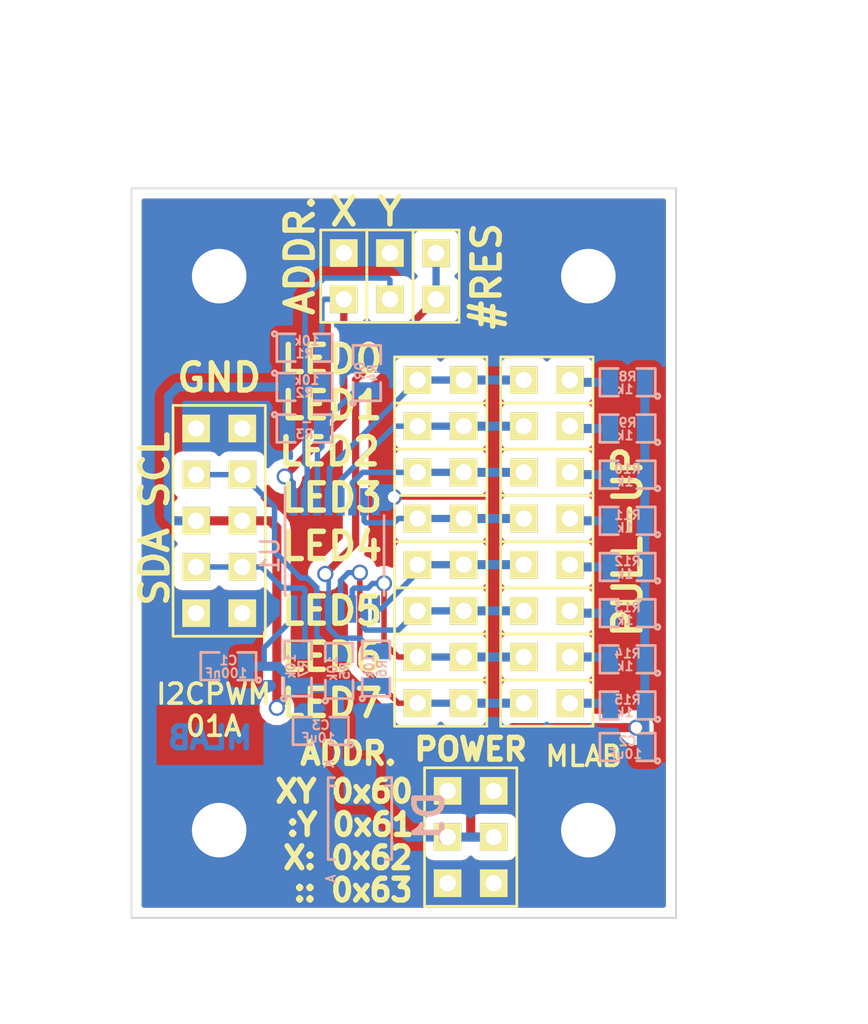
<source format=kicad_pcb>
(kicad_pcb (version 4) (host pcbnew "(2015-01-07 BZR 5359)-product")

  (general
    (links 88)
    (no_connects 0)
    (area -6.985 -50.3988 44.7792 5.588001)
    (thickness 1.6)
    (drawings 33)
    (tracks 194)
    (zones 0)
    (modules 45)
    (nets 25)
  )

  (page A4)
  (layers
    (0 F.Cu signal)
    (31 B.Cu signal)
    (32 B.Adhes user)
    (33 F.Adhes user)
    (34 B.Paste user)
    (35 F.Paste user)
    (36 B.SilkS user)
    (37 F.SilkS user)
    (38 B.Mask user)
    (39 F.Mask user)
    (40 Dwgs.User user)
    (41 Cmts.User user)
    (42 Eco1.User user)
    (43 Eco2.User user)
    (44 Edge.Cuts user)
    (45 Margin user)
    (46 B.CrtYd user)
    (47 F.CrtYd user)
    (48 B.Fab user)
    (49 F.Fab user)
  )

  (setup
    (last_trace_width 0.254)
    (user_trace_width 0.3)
    (user_trace_width 0.35)
    (user_trace_width 0.4)
    (user_trace_width 0.5)
    (trace_clearance 0.254)
    (zone_clearance 0.508)
    (zone_45_only no)
    (trace_min 0.254)
    (segment_width 0.2)
    (edge_width 0.1)
    (via_size 0.889)
    (via_drill 0.635)
    (via_min_size 0.889)
    (via_min_drill 0.508)
    (uvia_size 0.508)
    (uvia_drill 0.127)
    (uvias_allowed no)
    (uvia_min_size 0.508)
    (uvia_min_drill 0.127)
    (pcb_text_width 0.3)
    (pcb_text_size 1.5 1.5)
    (mod_edge_width 0.15)
    (mod_text_size 1 1)
    (mod_text_width 0.15)
    (pad_size 6 6)
    (pad_drill 3)
    (pad_to_mask_clearance 0)
    (aux_axis_origin 0 0)
    (visible_elements 7FFFFF7F)
    (pcbplotparams
      (layerselection 0x010f0_80000001)
      (usegerberextensions false)
      (excludeedgelayer true)
      (linewidth 0.300000)
      (plotframeref false)
      (viasonmask false)
      (mode 1)
      (useauxorigin false)
      (hpglpennumber 1)
      (hpglpenspeed 20)
      (hpglpendiameter 15)
      (hpglpenoverlay 2)
      (psnegative false)
      (psa4output false)
      (plotreference true)
      (plotvalue true)
      (plotinvisibletext false)
      (padsonsilk false)
      (subtractmaskfromsilk false)
      (outputformat 1)
      (mirror false)
      (drillshape 0)
      (scaleselection 1)
      (outputdirectory ../CAM_PROFI/))
  )

  (net 0 "")
  (net 1 VDD)
  (net 2 GND)
  (net 3 /A0)
  (net 4 /A1)
  (net 5 /SDA)
  (net 6 /SCL)
  (net 7 "Net-(J5-Pad1)")
  (net 8 /LED0)
  (net 9 "Net-(J6-Pad2)")
  (net 10 /LED1)
  (net 11 "Net-(J7-Pad2)")
  (net 12 /LED2)
  (net 13 "Net-(J8-Pad2)")
  (net 14 /LED3)
  (net 15 "Net-(J9-Pad2)")
  (net 16 /LED4)
  (net 17 "Net-(J10-Pad2)")
  (net 18 /LED5)
  (net 19 "Net-(J11-Pad2)")
  (net 20 /LED6)
  (net 21 "Net-(J12-Pad2)")
  (net 22 /LED7)
  (net 23 "Net-(J13-Pad2)")
  (net 24 /A2)

  (net_class Default "Toto je výchozí třída sítě."
    (clearance 0.254)
    (trace_width 0.254)
    (via_dia 0.889)
    (via_drill 0.635)
    (uvia_dia 0.508)
    (uvia_drill 0.127)
    (add_net /A0)
    (add_net /A1)
    (add_net /A2)
    (add_net /LED0)
    (add_net /LED1)
    (add_net /LED2)
    (add_net /LED3)
    (add_net /LED4)
    (add_net /LED5)
    (add_net /LED6)
    (add_net /LED7)
    (add_net /SCL)
    (add_net /SDA)
    (add_net GND)
    (add_net "Net-(J10-Pad2)")
    (add_net "Net-(J11-Pad2)")
    (add_net "Net-(J12-Pad2)")
    (add_net "Net-(J13-Pad2)")
    (add_net "Net-(J5-Pad1)")
    (add_net "Net-(J6-Pad2)")
    (add_net "Net-(J7-Pad2)")
    (add_net "Net-(J8-Pad2)")
    (add_net "Net-(J9-Pad2)")
    (add_net VDD)
  )

  (module Mlab_Pin_Headers:Straight_2x03 (layer F.Cu) (tedit 5546B42E) (tstamp 5541B852)
    (at 18.923 -4.699 180)
    (descr "pin header straight 2x03")
    (tags "pin header straight 2x03")
    (path /553CF933)
    (fp_text reference J3 (at 0 -5.08 180) (layer F.SilkS) hide
      (effects (font (size 1.5 1.5) (thickness 0.15)))
    )
    (fp_text value JUMP_3X2 (at 0 5.08 180) (layer F.SilkS) hide
      (effects (font (size 1.5 1.5) (thickness 0.15)))
    )
    (fp_text user 1 (at -2.921 -2.54 180) (layer F.SilkS) hide
      (effects (font (size 0.5 0.5) (thickness 0.05)))
    )
    (fp_line (start -2.54 -3.81) (end 2.54 -3.81) (layer F.SilkS) (width 0.15))
    (fp_line (start 2.54 -3.81) (end 2.54 3.81) (layer F.SilkS) (width 0.15))
    (fp_line (start 2.54 3.81) (end -2.54 3.81) (layer F.SilkS) (width 0.15))
    (fp_line (start -2.54 3.81) (end -2.54 -3.81) (layer F.SilkS) (width 0.15))
    (pad 1 thru_hole rect (at -1.27 -2.54 180) (size 1.524 1.524) (drill 0.889) (layers *.Cu *.Mask F.SilkS)
      (net 2 GND))
    (pad 2 thru_hole rect (at 1.27 -2.54 180) (size 1.524 1.524) (drill 0.889) (layers *.Cu *.Mask F.SilkS)
      (net 2 GND))
    (pad 3 thru_hole rect (at -1.27 0 180) (size 1.524 1.524) (drill 0.889) (layers *.Cu *.Mask F.SilkS)
      (net 1 VDD))
    (pad 4 thru_hole rect (at 1.27 0 180) (size 1.524 1.524) (drill 0.889) (layers *.Cu *.Mask F.SilkS)
      (net 1 VDD))
    (pad 5 thru_hole rect (at -1.27 2.54 180) (size 1.524 1.524) (drill 0.889) (layers *.Cu *.Mask F.SilkS)
      (net 2 GND))
    (pad 6 thru_hole rect (at 1.27 2.54 180) (size 1.524 1.524) (drill 0.889) (layers *.Cu *.Mask F.SilkS)
      (net 2 GND))
    (model Pin_Headers/Pin_Header_Straight_2x03.wrl
      (at (xyz 0 0 0))
      (scale (xyz 1 1 1))
      (rotate (xyz 0 0 90))
    )
  )

  (module Mlab_Pin_Headers:Straight_2x01 (layer F.Cu) (tedit 5545E8D2) (tstamp 5541B872)
    (at 23.114 -27.305)
    (descr "pin header straight 2x01")
    (tags "pin header straight 2x01")
    (path /553F4D6D)
    (fp_text reference J7 (at 0 -2.54) (layer F.SilkS) hide
      (effects (font (size 1.5 1.5) (thickness 0.15)))
    )
    (fp_text value JUMP2_2x1 (at 0 2.54) (layer F.SilkS) hide
      (effects (font (size 1.5 1.5) (thickness 0.15)))
    )
    (fp_line (start -2.54 -1.27) (end 2.54 -1.27) (layer F.SilkS) (width 0.15))
    (fp_line (start 2.54 -1.27) (end 2.54 1.27) (layer F.SilkS) (width 0.15))
    (fp_line (start 2.54 1.27) (end -2.54 1.27) (layer F.SilkS) (width 0.15))
    (fp_line (start -2.54 1.27) (end -2.54 -1.27) (layer F.SilkS) (width 0.15))
    (pad 1 thru_hole rect (at -1.27 0) (size 1.524 1.524) (drill 0.889) (layers *.Cu *.Mask F.SilkS)
      (net 10 /LED1))
    (pad 2 thru_hole rect (at 1.27 0) (size 1.524 1.524) (drill 0.889) (layers *.Cu *.Mask F.SilkS)
      (net 11 "Net-(J7-Pad2)"))
    (model Pin_Headers/Pin_Header_Straight_2x01.wrl
      (at (xyz 0 0 0))
      (scale (xyz 1 1 1))
      (rotate (xyz 0 0 90))
    )
  )

  (module Mlab_R:SMD-0805 (layer B.Cu) (tedit 54799E0C) (tstamp 5541BE34)
    (at 10.668 -10.541 180)
    (path /5541D097)
    (attr smd)
    (fp_text reference C3 (at 0 0.3175 180) (layer B.SilkS)
      (effects (font (size 0.50038 0.50038) (thickness 0.10922)) (justify mirror))
    )
    (fp_text value 10uF (at 0.127 -0.381 180) (layer B.SilkS)
      (effects (font (size 0.50038 0.50038) (thickness 0.10922)) (justify mirror))
    )
    (fp_circle (center -1.651 -0.762) (end -1.651 -0.635) (layer B.SilkS) (width 0.15))
    (fp_line (start -0.508 -0.762) (end -1.524 -0.762) (layer B.SilkS) (width 0.15))
    (fp_line (start -1.524 -0.762) (end -1.524 0.762) (layer B.SilkS) (width 0.15))
    (fp_line (start -1.524 0.762) (end -0.508 0.762) (layer B.SilkS) (width 0.15))
    (fp_line (start 0.508 0.762) (end 1.524 0.762) (layer B.SilkS) (width 0.15))
    (fp_line (start 1.524 0.762) (end 1.524 -0.762) (layer B.SilkS) (width 0.15))
    (fp_line (start 1.524 -0.762) (end 0.508 -0.762) (layer B.SilkS) (width 0.15))
    (pad 1 smd rect (at -0.9525 0 180) (size 0.889 1.397) (layers B.Cu B.Paste B.Mask)
      (net 1 VDD))
    (pad 2 smd rect (at 0.9525 0 180) (size 0.889 1.397) (layers B.Cu B.Paste B.Mask)
      (net 2 GND))
    (model MLAB_3D/Resistors/chip_cms.wrl
      (at (xyz 0 0 0))
      (scale (xyz 0.1 0.1 0.1))
      (rotate (xyz 0 0 0))
    )
  )

  (module Mlab_Mechanical:MountingHole_3mm placed (layer F.Cu) (tedit 5535DB2C) (tstamp 5541BB89)
    (at 25.4 -35.56)
    (descr "Mounting hole, Befestigungsbohrung, 3mm, No Annular, Kein Restring,")
    (tags "Mounting hole, Befestigungsbohrung, 3mm, No Annular, Kein Restring,")
    (path /5541C15F)
    (fp_text reference P3 (at 0 -4.191) (layer F.SilkS) hide
      (effects (font (thickness 0.3048)))
    )
    (fp_text value _ (at 0 4.191) (layer F.SilkS) hide
      (effects (font (thickness 0.3048)))
    )
    (fp_circle (center 0 0) (end 2.99974 0) (layer Cmts.User) (width 0.381))
    (pad 1 thru_hole circle (at 0 0) (size 6 6) (drill 3) (layers *.Cu *.Adhes *.Mask)
      (net 2 GND) (clearance 1) (zone_connect 2))
  )

  (module Housings_SSOP:TSSOP-16_4.4x5mm_Pitch0.65mm (layer B.Cu) (tedit 54130A77) (tstamp 5541B948)
    (at 11.43 -20.193 270)
    (descr "16-Lead Plastic Thin Shrink Small Outline (ST)-4.4 mm Body [TSSOP] (see Microchip Packaging Specification 00000049BS.pdf)")
    (tags "SSOP 0.65")
    (path /553CAA1E)
    (attr smd)
    (fp_text reference U1 (at 0 3.55 270) (layer B.SilkS)
      (effects (font (size 1 1) (thickness 0.15)) (justify mirror))
    )
    (fp_text value PCA9531 (at 0 -3.55 270) (layer B.Fab)
      (effects (font (size 1 1) (thickness 0.15)) (justify mirror))
    )
    (fp_line (start -3.95 2.8) (end -3.95 -2.8) (layer B.CrtYd) (width 0.05))
    (fp_line (start 3.95 2.8) (end 3.95 -2.8) (layer B.CrtYd) (width 0.05))
    (fp_line (start -3.95 2.8) (end 3.95 2.8) (layer B.CrtYd) (width 0.05))
    (fp_line (start -3.95 -2.8) (end 3.95 -2.8) (layer B.CrtYd) (width 0.05))
    (fp_line (start -2.2 -2.725) (end 2.2 -2.725) (layer B.SilkS) (width 0.15))
    (fp_line (start -3.775 2.725) (end 2.2 2.725) (layer B.SilkS) (width 0.15))
    (pad 1 smd rect (at -2.95 2.275 270) (size 1.5 0.45) (layers B.Cu B.Paste B.Mask)
      (net 3 /A0))
    (pad 2 smd rect (at -2.95 1.625 270) (size 1.5 0.45) (layers B.Cu B.Paste B.Mask)
      (net 4 /A1))
    (pad 3 smd rect (at -2.95 0.975 270) (size 1.5 0.45) (layers B.Cu B.Paste B.Mask)
      (net 24 /A2))
    (pad 4 smd rect (at -2.95 0.325 270) (size 1.5 0.45) (layers B.Cu B.Paste B.Mask)
      (net 8 /LED0))
    (pad 5 smd rect (at -2.95 -0.325 270) (size 1.5 0.45) (layers B.Cu B.Paste B.Mask)
      (net 10 /LED1))
    (pad 6 smd rect (at -2.95 -0.975 270) (size 1.5 0.45) (layers B.Cu B.Paste B.Mask)
      (net 12 /LED2))
    (pad 7 smd rect (at -2.95 -1.625 270) (size 1.5 0.45) (layers B.Cu B.Paste B.Mask)
      (net 14 /LED3))
    (pad 8 smd rect (at -2.95 -2.275 270) (size 1.5 0.45) (layers B.Cu B.Paste B.Mask)
      (net 2 GND))
    (pad 9 smd rect (at 2.95 -2.275 270) (size 1.5 0.45) (layers B.Cu B.Paste B.Mask)
      (net 16 /LED4))
    (pad 10 smd rect (at 2.95 -1.625 270) (size 1.5 0.45) (layers B.Cu B.Paste B.Mask)
      (net 18 /LED5))
    (pad 11 smd rect (at 2.95 -0.975 270) (size 1.5 0.45) (layers B.Cu B.Paste B.Mask)
      (net 20 /LED6))
    (pad 12 smd rect (at 2.95 -0.325 270) (size 1.5 0.45) (layers B.Cu B.Paste B.Mask)
      (net 22 /LED7))
    (pad 13 smd rect (at 2.95 0.325 270) (size 1.5 0.45) (layers B.Cu B.Paste B.Mask)
      (net 7 "Net-(J5-Pad1)"))
    (pad 14 smd rect (at 2.95 0.975 270) (size 1.5 0.45) (layers B.Cu B.Paste B.Mask)
      (net 6 /SCL))
    (pad 15 smd rect (at 2.95 1.625 270) (size 1.5 0.45) (layers B.Cu B.Paste B.Mask)
      (net 5 /SDA))
    (pad 16 smd rect (at 2.95 2.275 270) (size 1.5 0.45) (layers B.Cu B.Paste B.Mask)
      (net 1 VDD))
    (model Housings_SSOP.3dshapes/TSSOP-16_4.4x5mm_Pitch0.65mm.wrl
      (at (xyz 0 0 0))
      (scale (xyz 1 1 1))
      (rotate (xyz 0 0 0))
    )
  )

  (module Mlab_R:SMD-0805 (layer B.Cu) (tedit 54799E0C) (tstamp 5541B934)
    (at 27.559 -11.938 180)
    (path /553F4763)
    (attr smd)
    (fp_text reference R15 (at 0 0.3175 180) (layer B.SilkS)
      (effects (font (size 0.50038 0.50038) (thickness 0.10922)) (justify mirror))
    )
    (fp_text value 1k (at 0.127 -0.381 180) (layer B.SilkS)
      (effects (font (size 0.50038 0.50038) (thickness 0.10922)) (justify mirror))
    )
    (fp_circle (center -1.651 -0.762) (end -1.651 -0.635) (layer B.SilkS) (width 0.15))
    (fp_line (start -0.508 -0.762) (end -1.524 -0.762) (layer B.SilkS) (width 0.15))
    (fp_line (start -1.524 -0.762) (end -1.524 0.762) (layer B.SilkS) (width 0.15))
    (fp_line (start -1.524 0.762) (end -0.508 0.762) (layer B.SilkS) (width 0.15))
    (fp_line (start 0.508 0.762) (end 1.524 0.762) (layer B.SilkS) (width 0.15))
    (fp_line (start 1.524 0.762) (end 1.524 -0.762) (layer B.SilkS) (width 0.15))
    (fp_line (start 1.524 -0.762) (end 0.508 -0.762) (layer B.SilkS) (width 0.15))
    (pad 1 smd rect (at -0.9525 0 180) (size 0.889 1.397) (layers B.Cu B.Paste B.Mask)
      (net 1 VDD))
    (pad 2 smd rect (at 0.9525 0 180) (size 0.889 1.397) (layers B.Cu B.Paste B.Mask)
      (net 23 "Net-(J13-Pad2)"))
    (model MLAB_3D/Resistors/chip_cms.wrl
      (at (xyz 0 0 0))
      (scale (xyz 0.1 0.1 0.1))
      (rotate (xyz 0 0 0))
    )
  )

  (module Mlab_R:SMD-0805 (layer B.Cu) (tedit 54799E0C) (tstamp 5541B92E)
    (at 27.559 -14.478 180)
    (path /553F4734)
    (attr smd)
    (fp_text reference R14 (at 0 0.3175 180) (layer B.SilkS)
      (effects (font (size 0.50038 0.50038) (thickness 0.10922)) (justify mirror))
    )
    (fp_text value 1k (at 0.127 -0.381 180) (layer B.SilkS)
      (effects (font (size 0.50038 0.50038) (thickness 0.10922)) (justify mirror))
    )
    (fp_circle (center -1.651 -0.762) (end -1.651 -0.635) (layer B.SilkS) (width 0.15))
    (fp_line (start -0.508 -0.762) (end -1.524 -0.762) (layer B.SilkS) (width 0.15))
    (fp_line (start -1.524 -0.762) (end -1.524 0.762) (layer B.SilkS) (width 0.15))
    (fp_line (start -1.524 0.762) (end -0.508 0.762) (layer B.SilkS) (width 0.15))
    (fp_line (start 0.508 0.762) (end 1.524 0.762) (layer B.SilkS) (width 0.15))
    (fp_line (start 1.524 0.762) (end 1.524 -0.762) (layer B.SilkS) (width 0.15))
    (fp_line (start 1.524 -0.762) (end 0.508 -0.762) (layer B.SilkS) (width 0.15))
    (pad 1 smd rect (at -0.9525 0 180) (size 0.889 1.397) (layers B.Cu B.Paste B.Mask)
      (net 1 VDD))
    (pad 2 smd rect (at 0.9525 0 180) (size 0.889 1.397) (layers B.Cu B.Paste B.Mask)
      (net 21 "Net-(J12-Pad2)"))
    (model MLAB_3D/Resistors/chip_cms.wrl
      (at (xyz 0 0 0))
      (scale (xyz 0.1 0.1 0.1))
      (rotate (xyz 0 0 0))
    )
  )

  (module Mlab_R:SMD-0805 (layer B.Cu) (tedit 54799E0C) (tstamp 5541B928)
    (at 27.559 -17.018 180)
    (path /553F4702)
    (attr smd)
    (fp_text reference R13 (at 0 0.3175 180) (layer B.SilkS)
      (effects (font (size 0.50038 0.50038) (thickness 0.10922)) (justify mirror))
    )
    (fp_text value 1k (at 0.127 -0.381 180) (layer B.SilkS)
      (effects (font (size 0.50038 0.50038) (thickness 0.10922)) (justify mirror))
    )
    (fp_circle (center -1.651 -0.762) (end -1.651 -0.635) (layer B.SilkS) (width 0.15))
    (fp_line (start -0.508 -0.762) (end -1.524 -0.762) (layer B.SilkS) (width 0.15))
    (fp_line (start -1.524 -0.762) (end -1.524 0.762) (layer B.SilkS) (width 0.15))
    (fp_line (start -1.524 0.762) (end -0.508 0.762) (layer B.SilkS) (width 0.15))
    (fp_line (start 0.508 0.762) (end 1.524 0.762) (layer B.SilkS) (width 0.15))
    (fp_line (start 1.524 0.762) (end 1.524 -0.762) (layer B.SilkS) (width 0.15))
    (fp_line (start 1.524 -0.762) (end 0.508 -0.762) (layer B.SilkS) (width 0.15))
    (pad 1 smd rect (at -0.9525 0 180) (size 0.889 1.397) (layers B.Cu B.Paste B.Mask)
      (net 1 VDD))
    (pad 2 smd rect (at 0.9525 0 180) (size 0.889 1.397) (layers B.Cu B.Paste B.Mask)
      (net 19 "Net-(J11-Pad2)"))
    (model MLAB_3D/Resistors/chip_cms.wrl
      (at (xyz 0 0 0))
      (scale (xyz 0.1 0.1 0.1))
      (rotate (xyz 0 0 0))
    )
  )

  (module Mlab_R:SMD-0805 (layer B.Cu) (tedit 54799E0C) (tstamp 5541B922)
    (at 27.559 -19.558 180)
    (path /553F46D5)
    (attr smd)
    (fp_text reference R12 (at 0 0.3175 180) (layer B.SilkS)
      (effects (font (size 0.50038 0.50038) (thickness 0.10922)) (justify mirror))
    )
    (fp_text value 1k (at 0.127 -0.381 180) (layer B.SilkS)
      (effects (font (size 0.50038 0.50038) (thickness 0.10922)) (justify mirror))
    )
    (fp_circle (center -1.651 -0.762) (end -1.651 -0.635) (layer B.SilkS) (width 0.15))
    (fp_line (start -0.508 -0.762) (end -1.524 -0.762) (layer B.SilkS) (width 0.15))
    (fp_line (start -1.524 -0.762) (end -1.524 0.762) (layer B.SilkS) (width 0.15))
    (fp_line (start -1.524 0.762) (end -0.508 0.762) (layer B.SilkS) (width 0.15))
    (fp_line (start 0.508 0.762) (end 1.524 0.762) (layer B.SilkS) (width 0.15))
    (fp_line (start 1.524 0.762) (end 1.524 -0.762) (layer B.SilkS) (width 0.15))
    (fp_line (start 1.524 -0.762) (end 0.508 -0.762) (layer B.SilkS) (width 0.15))
    (pad 1 smd rect (at -0.9525 0 180) (size 0.889 1.397) (layers B.Cu B.Paste B.Mask)
      (net 1 VDD))
    (pad 2 smd rect (at 0.9525 0 180) (size 0.889 1.397) (layers B.Cu B.Paste B.Mask)
      (net 17 "Net-(J10-Pad2)"))
    (model MLAB_3D/Resistors/chip_cms.wrl
      (at (xyz 0 0 0))
      (scale (xyz 0.1 0.1 0.1))
      (rotate (xyz 0 0 0))
    )
  )

  (module Mlab_R:SMD-0805 (layer B.Cu) (tedit 54799E0C) (tstamp 5541B91C)
    (at 27.559 -22.098 180)
    (path /553F460F)
    (attr smd)
    (fp_text reference R11 (at 0 0.3175 180) (layer B.SilkS)
      (effects (font (size 0.50038 0.50038) (thickness 0.10922)) (justify mirror))
    )
    (fp_text value 1k (at 0.127 -0.381 180) (layer B.SilkS)
      (effects (font (size 0.50038 0.50038) (thickness 0.10922)) (justify mirror))
    )
    (fp_circle (center -1.651 -0.762) (end -1.651 -0.635) (layer B.SilkS) (width 0.15))
    (fp_line (start -0.508 -0.762) (end -1.524 -0.762) (layer B.SilkS) (width 0.15))
    (fp_line (start -1.524 -0.762) (end -1.524 0.762) (layer B.SilkS) (width 0.15))
    (fp_line (start -1.524 0.762) (end -0.508 0.762) (layer B.SilkS) (width 0.15))
    (fp_line (start 0.508 0.762) (end 1.524 0.762) (layer B.SilkS) (width 0.15))
    (fp_line (start 1.524 0.762) (end 1.524 -0.762) (layer B.SilkS) (width 0.15))
    (fp_line (start 1.524 -0.762) (end 0.508 -0.762) (layer B.SilkS) (width 0.15))
    (pad 1 smd rect (at -0.9525 0 180) (size 0.889 1.397) (layers B.Cu B.Paste B.Mask)
      (net 1 VDD))
    (pad 2 smd rect (at 0.9525 0 180) (size 0.889 1.397) (layers B.Cu B.Paste B.Mask)
      (net 15 "Net-(J9-Pad2)"))
    (model MLAB_3D/Resistors/chip_cms.wrl
      (at (xyz 0 0 0))
      (scale (xyz 0.1 0.1 0.1))
      (rotate (xyz 0 0 0))
    )
  )

  (module Mlab_R:SMD-0805 (layer B.Cu) (tedit 54799E0C) (tstamp 5541B916)
    (at 27.559 -24.638 180)
    (path /553F45E0)
    (attr smd)
    (fp_text reference R10 (at 0 0.3175 180) (layer B.SilkS)
      (effects (font (size 0.50038 0.50038) (thickness 0.10922)) (justify mirror))
    )
    (fp_text value 1k (at 0.127 -0.381 180) (layer B.SilkS)
      (effects (font (size 0.50038 0.50038) (thickness 0.10922)) (justify mirror))
    )
    (fp_circle (center -1.651 -0.762) (end -1.651 -0.635) (layer B.SilkS) (width 0.15))
    (fp_line (start -0.508 -0.762) (end -1.524 -0.762) (layer B.SilkS) (width 0.15))
    (fp_line (start -1.524 -0.762) (end -1.524 0.762) (layer B.SilkS) (width 0.15))
    (fp_line (start -1.524 0.762) (end -0.508 0.762) (layer B.SilkS) (width 0.15))
    (fp_line (start 0.508 0.762) (end 1.524 0.762) (layer B.SilkS) (width 0.15))
    (fp_line (start 1.524 0.762) (end 1.524 -0.762) (layer B.SilkS) (width 0.15))
    (fp_line (start 1.524 -0.762) (end 0.508 -0.762) (layer B.SilkS) (width 0.15))
    (pad 1 smd rect (at -0.9525 0 180) (size 0.889 1.397) (layers B.Cu B.Paste B.Mask)
      (net 1 VDD))
    (pad 2 smd rect (at 0.9525 0 180) (size 0.889 1.397) (layers B.Cu B.Paste B.Mask)
      (net 13 "Net-(J8-Pad2)"))
    (model MLAB_3D/Resistors/chip_cms.wrl
      (at (xyz 0 0 0))
      (scale (xyz 0.1 0.1 0.1))
      (rotate (xyz 0 0 0))
    )
  )

  (module Mlab_R:SMD-0805 (layer B.Cu) (tedit 54799E0C) (tstamp 5541B910)
    (at 27.559 -27.178 180)
    (path /553F45AC)
    (attr smd)
    (fp_text reference R9 (at 0 0.3175 180) (layer B.SilkS)
      (effects (font (size 0.50038 0.50038) (thickness 0.10922)) (justify mirror))
    )
    (fp_text value 1k (at 0.127 -0.381 180) (layer B.SilkS)
      (effects (font (size 0.50038 0.50038) (thickness 0.10922)) (justify mirror))
    )
    (fp_circle (center -1.651 -0.762) (end -1.651 -0.635) (layer B.SilkS) (width 0.15))
    (fp_line (start -0.508 -0.762) (end -1.524 -0.762) (layer B.SilkS) (width 0.15))
    (fp_line (start -1.524 -0.762) (end -1.524 0.762) (layer B.SilkS) (width 0.15))
    (fp_line (start -1.524 0.762) (end -0.508 0.762) (layer B.SilkS) (width 0.15))
    (fp_line (start 0.508 0.762) (end 1.524 0.762) (layer B.SilkS) (width 0.15))
    (fp_line (start 1.524 0.762) (end 1.524 -0.762) (layer B.SilkS) (width 0.15))
    (fp_line (start 1.524 -0.762) (end 0.508 -0.762) (layer B.SilkS) (width 0.15))
    (pad 1 smd rect (at -0.9525 0 180) (size 0.889 1.397) (layers B.Cu B.Paste B.Mask)
      (net 1 VDD))
    (pad 2 smd rect (at 0.9525 0 180) (size 0.889 1.397) (layers B.Cu B.Paste B.Mask)
      (net 11 "Net-(J7-Pad2)"))
    (model MLAB_3D/Resistors/chip_cms.wrl
      (at (xyz 0 0 0))
      (scale (xyz 0.1 0.1 0.1))
      (rotate (xyz 0 0 0))
    )
  )

  (module Mlab_R:SMD-0805 (layer B.Cu) (tedit 54799E0C) (tstamp 5541B90A)
    (at 27.559 -29.718 180)
    (path /553F442F)
    (attr smd)
    (fp_text reference R8 (at 0 0.3175 180) (layer B.SilkS)
      (effects (font (size 0.50038 0.50038) (thickness 0.10922)) (justify mirror))
    )
    (fp_text value 1k (at 0.127 -0.381 180) (layer B.SilkS)
      (effects (font (size 0.50038 0.50038) (thickness 0.10922)) (justify mirror))
    )
    (fp_circle (center -1.651 -0.762) (end -1.651 -0.635) (layer B.SilkS) (width 0.15))
    (fp_line (start -0.508 -0.762) (end -1.524 -0.762) (layer B.SilkS) (width 0.15))
    (fp_line (start -1.524 -0.762) (end -1.524 0.762) (layer B.SilkS) (width 0.15))
    (fp_line (start -1.524 0.762) (end -0.508 0.762) (layer B.SilkS) (width 0.15))
    (fp_line (start 0.508 0.762) (end 1.524 0.762) (layer B.SilkS) (width 0.15))
    (fp_line (start 1.524 0.762) (end 1.524 -0.762) (layer B.SilkS) (width 0.15))
    (fp_line (start 1.524 -0.762) (end 0.508 -0.762) (layer B.SilkS) (width 0.15))
    (pad 1 smd rect (at -0.9525 0 180) (size 0.889 1.397) (layers B.Cu B.Paste B.Mask)
      (net 1 VDD))
    (pad 2 smd rect (at 0.9525 0 180) (size 0.889 1.397) (layers B.Cu B.Paste B.Mask)
      (net 9 "Net-(J6-Pad2)"))
    (model MLAB_3D/Resistors/chip_cms.wrl
      (at (xyz 0 0 0))
      (scale (xyz 0.1 0.1 0.1))
      (rotate (xyz 0 0 0))
    )
  )

  (module Mlab_R:SMD-0805 (layer B.Cu) (tedit 54799E0C) (tstamp 5541B904)
    (at 9.398 -13.97 90)
    (path /553CAAD1)
    (attr smd)
    (fp_text reference R7 (at 0 0.3175 90) (layer B.SilkS)
      (effects (font (size 0.50038 0.50038) (thickness 0.10922)) (justify mirror))
    )
    (fp_text value 10k (at 0.127 -0.381 90) (layer B.SilkS)
      (effects (font (size 0.50038 0.50038) (thickness 0.10922)) (justify mirror))
    )
    (fp_circle (center -1.651 -0.762) (end -1.651 -0.635) (layer B.SilkS) (width 0.15))
    (fp_line (start -0.508 -0.762) (end -1.524 -0.762) (layer B.SilkS) (width 0.15))
    (fp_line (start -1.524 -0.762) (end -1.524 0.762) (layer B.SilkS) (width 0.15))
    (fp_line (start -1.524 0.762) (end -0.508 0.762) (layer B.SilkS) (width 0.15))
    (fp_line (start 0.508 0.762) (end 1.524 0.762) (layer B.SilkS) (width 0.15))
    (fp_line (start 1.524 0.762) (end 1.524 -0.762) (layer B.SilkS) (width 0.15))
    (fp_line (start 1.524 -0.762) (end 0.508 -0.762) (layer B.SilkS) (width 0.15))
    (pad 1 smd rect (at -0.9525 0 90) (size 0.889 1.397) (layers B.Cu B.Paste B.Mask)
      (net 1 VDD))
    (pad 2 smd rect (at 0.9525 0 90) (size 0.889 1.397) (layers B.Cu B.Paste B.Mask)
      (net 5 /SDA))
    (model MLAB_3D/Resistors/chip_cms.wrl
      (at (xyz 0 0 0))
      (scale (xyz 0.1 0.1 0.1))
      (rotate (xyz 0 0 0))
    )
  )

  (module Mlab_R:SMD-0805 (layer B.Cu) (tedit 54799E0C) (tstamp 5541B8FE)
    (at 13.716 -13.97 90)
    (path /553CB22A)
    (attr smd)
    (fp_text reference R6 (at 0 0.3175 90) (layer B.SilkS)
      (effects (font (size 0.50038 0.50038) (thickness 0.10922)) (justify mirror))
    )
    (fp_text value 10k (at 0.127 -0.381 90) (layer B.SilkS)
      (effects (font (size 0.50038 0.50038) (thickness 0.10922)) (justify mirror))
    )
    (fp_circle (center -1.651 -0.762) (end -1.651 -0.635) (layer B.SilkS) (width 0.15))
    (fp_line (start -0.508 -0.762) (end -1.524 -0.762) (layer B.SilkS) (width 0.15))
    (fp_line (start -1.524 -0.762) (end -1.524 0.762) (layer B.SilkS) (width 0.15))
    (fp_line (start -1.524 0.762) (end -0.508 0.762) (layer B.SilkS) (width 0.15))
    (fp_line (start 0.508 0.762) (end 1.524 0.762) (layer B.SilkS) (width 0.15))
    (fp_line (start 1.524 0.762) (end 1.524 -0.762) (layer B.SilkS) (width 0.15))
    (fp_line (start 1.524 -0.762) (end 0.508 -0.762) (layer B.SilkS) (width 0.15))
    (pad 1 smd rect (at -0.9525 0 90) (size 0.889 1.397) (layers B.Cu B.Paste B.Mask)
      (net 1 VDD))
    (pad 2 smd rect (at 0.9525 0 90) (size 0.889 1.397) (layers B.Cu B.Paste B.Mask)
      (net 7 "Net-(J5-Pad1)"))
    (model MLAB_3D/Resistors/chip_cms.wrl
      (at (xyz 0 0 0))
      (scale (xyz 0.1 0.1 0.1))
      (rotate (xyz 0 0 0))
    )
  )

  (module Mlab_R:SMD-0805 (layer B.Cu) (tedit 54799E0C) (tstamp 5541B8F8)
    (at 11.684 -13.843 90)
    (path /553CACFB)
    (attr smd)
    (fp_text reference R5 (at 0 0.3175 90) (layer B.SilkS)
      (effects (font (size 0.50038 0.50038) (thickness 0.10922)) (justify mirror))
    )
    (fp_text value 10k (at 0.127 -0.381 90) (layer B.SilkS)
      (effects (font (size 0.50038 0.50038) (thickness 0.10922)) (justify mirror))
    )
    (fp_circle (center -1.651 -0.762) (end -1.651 -0.635) (layer B.SilkS) (width 0.15))
    (fp_line (start -0.508 -0.762) (end -1.524 -0.762) (layer B.SilkS) (width 0.15))
    (fp_line (start -1.524 -0.762) (end -1.524 0.762) (layer B.SilkS) (width 0.15))
    (fp_line (start -1.524 0.762) (end -0.508 0.762) (layer B.SilkS) (width 0.15))
    (fp_line (start 0.508 0.762) (end 1.524 0.762) (layer B.SilkS) (width 0.15))
    (fp_line (start 1.524 0.762) (end 1.524 -0.762) (layer B.SilkS) (width 0.15))
    (fp_line (start 1.524 -0.762) (end 0.508 -0.762) (layer B.SilkS) (width 0.15))
    (pad 1 smd rect (at -0.9525 0 90) (size 0.889 1.397) (layers B.Cu B.Paste B.Mask)
      (net 1 VDD))
    (pad 2 smd rect (at 0.9525 0 90) (size 0.889 1.397) (layers B.Cu B.Paste B.Mask)
      (net 6 /SCL))
    (model MLAB_3D/Resistors/chip_cms.wrl
      (at (xyz 0 0 0))
      (scale (xyz 0.1 0.1 0.1))
      (rotate (xyz 0 0 0))
    )
  )

  (module Mlab_R:SMD-0805 (layer B.Cu) (tedit 54799E0C) (tstamp 5541B8F2)
    (at 13.208 -30.226 90)
    (path /553CC66E)
    (attr smd)
    (fp_text reference R4 (at 0 0.3175 90) (layer B.SilkS)
      (effects (font (size 0.50038 0.50038) (thickness 0.10922)) (justify mirror))
    )
    (fp_text value 0R (at 0.127 -0.381 90) (layer B.SilkS)
      (effects (font (size 0.50038 0.50038) (thickness 0.10922)) (justify mirror))
    )
    (fp_circle (center -1.651 -0.762) (end -1.651 -0.635) (layer B.SilkS) (width 0.15))
    (fp_line (start -0.508 -0.762) (end -1.524 -0.762) (layer B.SilkS) (width 0.15))
    (fp_line (start -1.524 -0.762) (end -1.524 0.762) (layer B.SilkS) (width 0.15))
    (fp_line (start -1.524 0.762) (end -0.508 0.762) (layer B.SilkS) (width 0.15))
    (fp_line (start 0.508 0.762) (end 1.524 0.762) (layer B.SilkS) (width 0.15))
    (fp_line (start 1.524 0.762) (end 1.524 -0.762) (layer B.SilkS) (width 0.15))
    (fp_line (start 1.524 -0.762) (end 0.508 -0.762) (layer B.SilkS) (width 0.15))
    (pad 1 smd rect (at -0.9525 0 90) (size 0.889 1.397) (layers B.Cu B.Paste B.Mask)
      (net 24 /A2))
    (pad 2 smd rect (at 0.9525 0 90) (size 0.889 1.397) (layers B.Cu B.Paste B.Mask)
      (net 2 GND))
    (model MLAB_3D/Resistors/chip_cms.wrl
      (at (xyz 0 0 0))
      (scale (xyz 0.1 0.1 0.1))
      (rotate (xyz 0 0 0))
    )
  )

  (module Mlab_R:SMD-0805 (layer B.Cu) (tedit 54799E0C) (tstamp 5541B8EC)
    (at 9.779 -27.178)
    (path /553CC612)
    (attr smd)
    (fp_text reference R3 (at 0 0.3175) (layer B.SilkS)
      (effects (font (size 0.50038 0.50038) (thickness 0.10922)) (justify mirror))
    )
    (fp_text value - (at 0.127 -0.381) (layer B.SilkS)
      (effects (font (size 0.50038 0.50038) (thickness 0.10922)) (justify mirror))
    )
    (fp_circle (center -1.651 -0.762) (end -1.651 -0.635) (layer B.SilkS) (width 0.15))
    (fp_line (start -0.508 -0.762) (end -1.524 -0.762) (layer B.SilkS) (width 0.15))
    (fp_line (start -1.524 -0.762) (end -1.524 0.762) (layer B.SilkS) (width 0.15))
    (fp_line (start -1.524 0.762) (end -0.508 0.762) (layer B.SilkS) (width 0.15))
    (fp_line (start 0.508 0.762) (end 1.524 0.762) (layer B.SilkS) (width 0.15))
    (fp_line (start 1.524 0.762) (end 1.524 -0.762) (layer B.SilkS) (width 0.15))
    (fp_line (start 1.524 -0.762) (end 0.508 -0.762) (layer B.SilkS) (width 0.15))
    (pad 1 smd rect (at -0.9525 0) (size 0.889 1.397) (layers B.Cu B.Paste B.Mask)
      (net 1 VDD))
    (pad 2 smd rect (at 0.9525 0) (size 0.889 1.397) (layers B.Cu B.Paste B.Mask)
      (net 24 /A2))
    (model MLAB_3D/Resistors/chip_cms.wrl
      (at (xyz 0 0 0))
      (scale (xyz 0.1 0.1 0.1))
      (rotate (xyz 0 0 0))
    )
  )

  (module Mlab_R:SMD-0805 (layer B.Cu) (tedit 54799E0C) (tstamp 5541B8E6)
    (at 9.779 -29.464)
    (path /553CBE66)
    (attr smd)
    (fp_text reference R2 (at 0 0.3175) (layer B.SilkS)
      (effects (font (size 0.50038 0.50038) (thickness 0.10922)) (justify mirror))
    )
    (fp_text value 10k (at 0.127 -0.381) (layer B.SilkS)
      (effects (font (size 0.50038 0.50038) (thickness 0.10922)) (justify mirror))
    )
    (fp_circle (center -1.651 -0.762) (end -1.651 -0.635) (layer B.SilkS) (width 0.15))
    (fp_line (start -0.508 -0.762) (end -1.524 -0.762) (layer B.SilkS) (width 0.15))
    (fp_line (start -1.524 -0.762) (end -1.524 0.762) (layer B.SilkS) (width 0.15))
    (fp_line (start -1.524 0.762) (end -0.508 0.762) (layer B.SilkS) (width 0.15))
    (fp_line (start 0.508 0.762) (end 1.524 0.762) (layer B.SilkS) (width 0.15))
    (fp_line (start 1.524 0.762) (end 1.524 -0.762) (layer B.SilkS) (width 0.15))
    (fp_line (start 1.524 -0.762) (end 0.508 -0.762) (layer B.SilkS) (width 0.15))
    (pad 1 smd rect (at -0.9525 0) (size 0.889 1.397) (layers B.Cu B.Paste B.Mask)
      (net 1 VDD))
    (pad 2 smd rect (at 0.9525 0) (size 0.889 1.397) (layers B.Cu B.Paste B.Mask)
      (net 4 /A1))
    (model MLAB_3D/Resistors/chip_cms.wrl
      (at (xyz 0 0 0))
      (scale (xyz 0.1 0.1 0.1))
      (rotate (xyz 0 0 0))
    )
  )

  (module Mlab_R:SMD-0805 (layer B.Cu) (tedit 54799E0C) (tstamp 5541B8E0)
    (at 9.779 -31.623)
    (path /553CC231)
    (attr smd)
    (fp_text reference R1 (at 0 0.3175) (layer B.SilkS)
      (effects (font (size 0.50038 0.50038) (thickness 0.10922)) (justify mirror))
    )
    (fp_text value 10k (at 0.127 -0.381) (layer B.SilkS)
      (effects (font (size 0.50038 0.50038) (thickness 0.10922)) (justify mirror))
    )
    (fp_circle (center -1.651 -0.762) (end -1.651 -0.635) (layer B.SilkS) (width 0.15))
    (fp_line (start -0.508 -0.762) (end -1.524 -0.762) (layer B.SilkS) (width 0.15))
    (fp_line (start -1.524 -0.762) (end -1.524 0.762) (layer B.SilkS) (width 0.15))
    (fp_line (start -1.524 0.762) (end -0.508 0.762) (layer B.SilkS) (width 0.15))
    (fp_line (start 0.508 0.762) (end 1.524 0.762) (layer B.SilkS) (width 0.15))
    (fp_line (start 1.524 0.762) (end 1.524 -0.762) (layer B.SilkS) (width 0.15))
    (fp_line (start 1.524 -0.762) (end 0.508 -0.762) (layer B.SilkS) (width 0.15))
    (pad 1 smd rect (at -0.9525 0) (size 0.889 1.397) (layers B.Cu B.Paste B.Mask)
      (net 1 VDD))
    (pad 2 smd rect (at 0.9525 0) (size 0.889 1.397) (layers B.Cu B.Paste B.Mask)
      (net 3 /A0))
    (model MLAB_3D/Resistors/chip_cms.wrl
      (at (xyz 0 0 0))
      (scale (xyz 0.1 0.1 0.1))
      (rotate (xyz 0 0 0))
    )
  )

  (module Mlab_Mechanical:MountingHole_3mm placed (layer F.Cu) (tedit 5535DB2C) (tstamp 5541B8DA)
    (at 5.08 -35.56)
    (descr "Mounting hole, Befestigungsbohrung, 3mm, No Annular, Kein Restring,")
    (tags "Mounting hole, Befestigungsbohrung, 3mm, No Annular, Kein Restring,")
    (path /5541C19F)
    (fp_text reference P4 (at 0 -4.191) (layer F.SilkS) hide
      (effects (font (thickness 0.3048)))
    )
    (fp_text value _ (at 0 4.191) (layer F.SilkS) hide
      (effects (font (thickness 0.3048)))
    )
    (fp_circle (center 0 0) (end 2.99974 0) (layer Cmts.User) (width 0.381))
    (pad 1 thru_hole circle (at 0 0) (size 6 6) (drill 3) (layers *.Cu *.Adhes *.Mask)
      (net 2 GND) (clearance 1) (zone_connect 2))
  )

  (module Mlab_Mechanical:MountingHole_3mm placed (layer F.Cu) (tedit 5535DB2C) (tstamp 5541B8D0)
    (at 25.4 -5.08)
    (descr "Mounting hole, Befestigungsbohrung, 3mm, No Annular, Kein Restring,")
    (tags "Mounting hole, Befestigungsbohrung, 3mm, No Annular, Kein Restring,")
    (path /5541C120)
    (fp_text reference P2 (at 0 -4.191) (layer F.SilkS) hide
      (effects (font (thickness 0.3048)))
    )
    (fp_text value _ (at 0 4.191) (layer F.SilkS) hide
      (effects (font (thickness 0.3048)))
    )
    (fp_circle (center 0 0) (end 2.99974 0) (layer Cmts.User) (width 0.381))
    (pad 1 thru_hole circle (at 0 0) (size 6 6) (drill 3) (layers *.Cu *.Adhes *.Mask)
      (net 2 GND) (clearance 1) (zone_connect 2))
  )

  (module Mlab_Mechanical:MountingHole_3mm placed (layer F.Cu) (tedit 5535DB2C) (tstamp 5541BC7B)
    (at 5.08 -5.08)
    (descr "Mounting hole, Befestigungsbohrung, 3mm, No Annular, Kein Restring,")
    (tags "Mounting hole, Befestigungsbohrung, 3mm, No Annular, Kein Restring,")
    (path /5541BFAB)
    (fp_text reference P1 (at 0 -4.191) (layer F.SilkS) hide
      (effects (font (thickness 0.3048)))
    )
    (fp_text value _ (at 0 4.191) (layer F.SilkS) hide
      (effects (font (thickness 0.3048)))
    )
    (fp_circle (center 0 0) (end 2.99974 0) (layer Cmts.User) (width 0.381))
    (pad 1 thru_hole circle (at 0 0) (size 6 6) (drill 3) (layers *.Cu *.Adhes *.Mask)
      (net 2 GND) (clearance 1) (zone_connect 2))
  )

  (module Mlab_Pin_Headers:Straight_2x01 (layer F.Cu) (tedit 5545E8D2) (tstamp 5541B8C6)
    (at 17.272 -12.065)
    (descr "pin header straight 2x01")
    (tags "pin header straight 2x01")
    (path /553F5421)
    (fp_text reference J21 (at 0 -2.54) (layer F.SilkS) hide
      (effects (font (size 1.5 1.5) (thickness 0.15)))
    )
    (fp_text value JUMP_2x1 (at 0 2.54) (layer F.SilkS) hide
      (effects (font (size 1.5 1.5) (thickness 0.15)))
    )
    (fp_line (start -2.54 -1.27) (end 2.54 -1.27) (layer F.SilkS) (width 0.15))
    (fp_line (start 2.54 -1.27) (end 2.54 1.27) (layer F.SilkS) (width 0.15))
    (fp_line (start 2.54 1.27) (end -2.54 1.27) (layer F.SilkS) (width 0.15))
    (fp_line (start -2.54 1.27) (end -2.54 -1.27) (layer F.SilkS) (width 0.15))
    (pad 1 thru_hole rect (at -1.27 0) (size 1.524 1.524) (drill 0.889) (layers *.Cu *.Mask F.SilkS)
      (net 22 /LED7))
    (pad 2 thru_hole rect (at 1.27 0) (size 1.524 1.524) (drill 0.889) (layers *.Cu *.Mask F.SilkS)
      (net 22 /LED7))
    (model Pin_Headers/Pin_Header_Straight_2x01.wrl
      (at (xyz 0 0 0))
      (scale (xyz 1 1 1))
      (rotate (xyz 0 0 90))
    )
  )

  (module Mlab_Pin_Headers:Straight_2x01 (layer F.Cu) (tedit 5545E8D2) (tstamp 5541B8C0)
    (at 17.272 -14.605)
    (descr "pin header straight 2x01")
    (tags "pin header straight 2x01")
    (path /553F53E1)
    (fp_text reference J20 (at 0 -2.54) (layer F.SilkS) hide
      (effects (font (size 1.5 1.5) (thickness 0.15)))
    )
    (fp_text value JUMP_2x1 (at 0 2.54) (layer F.SilkS) hide
      (effects (font (size 1.5 1.5) (thickness 0.15)))
    )
    (fp_line (start -2.54 -1.27) (end 2.54 -1.27) (layer F.SilkS) (width 0.15))
    (fp_line (start 2.54 -1.27) (end 2.54 1.27) (layer F.SilkS) (width 0.15))
    (fp_line (start 2.54 1.27) (end -2.54 1.27) (layer F.SilkS) (width 0.15))
    (fp_line (start -2.54 1.27) (end -2.54 -1.27) (layer F.SilkS) (width 0.15))
    (pad 1 thru_hole rect (at -1.27 0) (size 1.524 1.524) (drill 0.889) (layers *.Cu *.Mask F.SilkS)
      (net 20 /LED6))
    (pad 2 thru_hole rect (at 1.27 0) (size 1.524 1.524) (drill 0.889) (layers *.Cu *.Mask F.SilkS)
      (net 20 /LED6))
    (model Pin_Headers/Pin_Header_Straight_2x01.wrl
      (at (xyz 0 0 0))
      (scale (xyz 1 1 1))
      (rotate (xyz 0 0 90))
    )
  )

  (module Mlab_Pin_Headers:Straight_2x01 (layer F.Cu) (tedit 5545E8D2) (tstamp 5541B8BA)
    (at 17.272 -17.145)
    (descr "pin header straight 2x01")
    (tags "pin header straight 2x01")
    (path /553F5396)
    (fp_text reference J19 (at 0 -2.54) (layer F.SilkS) hide
      (effects (font (size 1.5 1.5) (thickness 0.15)))
    )
    (fp_text value JUMP_2x1 (at 0 2.54) (layer F.SilkS) hide
      (effects (font (size 1.5 1.5) (thickness 0.15)))
    )
    (fp_line (start -2.54 -1.27) (end 2.54 -1.27) (layer F.SilkS) (width 0.15))
    (fp_line (start 2.54 -1.27) (end 2.54 1.27) (layer F.SilkS) (width 0.15))
    (fp_line (start 2.54 1.27) (end -2.54 1.27) (layer F.SilkS) (width 0.15))
    (fp_line (start -2.54 1.27) (end -2.54 -1.27) (layer F.SilkS) (width 0.15))
    (pad 1 thru_hole rect (at -1.27 0) (size 1.524 1.524) (drill 0.889) (layers *.Cu *.Mask F.SilkS)
      (net 18 /LED5))
    (pad 2 thru_hole rect (at 1.27 0) (size 1.524 1.524) (drill 0.889) (layers *.Cu *.Mask F.SilkS)
      (net 18 /LED5))
    (model Pin_Headers/Pin_Header_Straight_2x01.wrl
      (at (xyz 0 0 0))
      (scale (xyz 1 1 1))
      (rotate (xyz 0 0 90))
    )
  )

  (module Mlab_Pin_Headers:Straight_2x01 (layer F.Cu) (tedit 5545E8D2) (tstamp 5541B8B4)
    (at 17.272 -19.685)
    (descr "pin header straight 2x01")
    (tags "pin header straight 2x01")
    (path /553F5358)
    (fp_text reference J18 (at 0 -2.54) (layer F.SilkS) hide
      (effects (font (size 1.5 1.5) (thickness 0.15)))
    )
    (fp_text value JUMP_2x1 (at 0 2.54) (layer F.SilkS) hide
      (effects (font (size 1.5 1.5) (thickness 0.15)))
    )
    (fp_line (start -2.54 -1.27) (end 2.54 -1.27) (layer F.SilkS) (width 0.15))
    (fp_line (start 2.54 -1.27) (end 2.54 1.27) (layer F.SilkS) (width 0.15))
    (fp_line (start 2.54 1.27) (end -2.54 1.27) (layer F.SilkS) (width 0.15))
    (fp_line (start -2.54 1.27) (end -2.54 -1.27) (layer F.SilkS) (width 0.15))
    (pad 1 thru_hole rect (at -1.27 0) (size 1.524 1.524) (drill 0.889) (layers *.Cu *.Mask F.SilkS)
      (net 16 /LED4))
    (pad 2 thru_hole rect (at 1.27 0) (size 1.524 1.524) (drill 0.889) (layers *.Cu *.Mask F.SilkS)
      (net 16 /LED4))
    (model Pin_Headers/Pin_Header_Straight_2x01.wrl
      (at (xyz 0 0 0))
      (scale (xyz 1 1 1))
      (rotate (xyz 0 0 90))
    )
  )

  (module Mlab_Pin_Headers:Straight_2x01 (layer F.Cu) (tedit 5545E8D2) (tstamp 5541B8AE)
    (at 17.272 -22.225)
    (descr "pin header straight 2x01")
    (tags "pin header straight 2x01")
    (path /553F5317)
    (fp_text reference J17 (at 0 -2.54) (layer F.SilkS) hide
      (effects (font (size 1.5 1.5) (thickness 0.15)))
    )
    (fp_text value JUMP_2x1 (at 0 2.54) (layer F.SilkS) hide
      (effects (font (size 1.5 1.5) (thickness 0.15)))
    )
    (fp_line (start -2.54 -1.27) (end 2.54 -1.27) (layer F.SilkS) (width 0.15))
    (fp_line (start 2.54 -1.27) (end 2.54 1.27) (layer F.SilkS) (width 0.15))
    (fp_line (start 2.54 1.27) (end -2.54 1.27) (layer F.SilkS) (width 0.15))
    (fp_line (start -2.54 1.27) (end -2.54 -1.27) (layer F.SilkS) (width 0.15))
    (pad 1 thru_hole rect (at -1.27 0) (size 1.524 1.524) (drill 0.889) (layers *.Cu *.Mask F.SilkS)
      (net 14 /LED3))
    (pad 2 thru_hole rect (at 1.27 0) (size 1.524 1.524) (drill 0.889) (layers *.Cu *.Mask F.SilkS)
      (net 14 /LED3))
    (model Pin_Headers/Pin_Header_Straight_2x01.wrl
      (at (xyz 0 0 0))
      (scale (xyz 1 1 1))
      (rotate (xyz 0 0 90))
    )
  )

  (module Mlab_Pin_Headers:Straight_2x01 (layer F.Cu) (tedit 5545E8D2) (tstamp 5541B8A8)
    (at 17.272 -24.765)
    (descr "pin header straight 2x01")
    (tags "pin header straight 2x01")
    (path /553F52D3)
    (fp_text reference J16 (at 0 -2.54) (layer F.SilkS) hide
      (effects (font (size 1.5 1.5) (thickness 0.15)))
    )
    (fp_text value JUMP_2x1 (at 0 2.54) (layer F.SilkS) hide
      (effects (font (size 1.5 1.5) (thickness 0.15)))
    )
    (fp_line (start -2.54 -1.27) (end 2.54 -1.27) (layer F.SilkS) (width 0.15))
    (fp_line (start 2.54 -1.27) (end 2.54 1.27) (layer F.SilkS) (width 0.15))
    (fp_line (start 2.54 1.27) (end -2.54 1.27) (layer F.SilkS) (width 0.15))
    (fp_line (start -2.54 1.27) (end -2.54 -1.27) (layer F.SilkS) (width 0.15))
    (pad 1 thru_hole rect (at -1.27 0) (size 1.524 1.524) (drill 0.889) (layers *.Cu *.Mask F.SilkS)
      (net 12 /LED2))
    (pad 2 thru_hole rect (at 1.27 0) (size 1.524 1.524) (drill 0.889) (layers *.Cu *.Mask F.SilkS)
      (net 12 /LED2))
    (model Pin_Headers/Pin_Header_Straight_2x01.wrl
      (at (xyz 0 0 0))
      (scale (xyz 1 1 1))
      (rotate (xyz 0 0 90))
    )
  )

  (module Mlab_Pin_Headers:Straight_2x01 (layer F.Cu) (tedit 5545E8D2) (tstamp 5541B8A2)
    (at 17.272 -27.305)
    (descr "pin header straight 2x01")
    (tags "pin header straight 2x01")
    (path /553F5298)
    (fp_text reference J15 (at 0 -2.54) (layer F.SilkS) hide
      (effects (font (size 1.5 1.5) (thickness 0.15)))
    )
    (fp_text value JUMP_2x1 (at 0 2.54) (layer F.SilkS) hide
      (effects (font (size 1.5 1.5) (thickness 0.15)))
    )
    (fp_line (start -2.54 -1.27) (end 2.54 -1.27) (layer F.SilkS) (width 0.15))
    (fp_line (start 2.54 -1.27) (end 2.54 1.27) (layer F.SilkS) (width 0.15))
    (fp_line (start 2.54 1.27) (end -2.54 1.27) (layer F.SilkS) (width 0.15))
    (fp_line (start -2.54 1.27) (end -2.54 -1.27) (layer F.SilkS) (width 0.15))
    (pad 1 thru_hole rect (at -1.27 0) (size 1.524 1.524) (drill 0.889) (layers *.Cu *.Mask F.SilkS)
      (net 10 /LED1))
    (pad 2 thru_hole rect (at 1.27 0) (size 1.524 1.524) (drill 0.889) (layers *.Cu *.Mask F.SilkS)
      (net 10 /LED1))
    (model Pin_Headers/Pin_Header_Straight_2x01.wrl
      (at (xyz 0 0 0))
      (scale (xyz 1 1 1))
      (rotate (xyz 0 0 90))
    )
  )

  (module Mlab_Pin_Headers:Straight_2x01 (layer F.Cu) (tedit 5545E8D2) (tstamp 5541B89C)
    (at 17.272 -29.845)
    (descr "pin header straight 2x01")
    (tags "pin header straight 2x01")
    (path /553F3E06)
    (fp_text reference J14 (at 0 -2.54) (layer F.SilkS) hide
      (effects (font (size 1.5 1.5) (thickness 0.15)))
    )
    (fp_text value JUMP_2x1 (at 0 2.54) (layer F.SilkS) hide
      (effects (font (size 1.5 1.5) (thickness 0.15)))
    )
    (fp_line (start -2.54 -1.27) (end 2.54 -1.27) (layer F.SilkS) (width 0.15))
    (fp_line (start 2.54 -1.27) (end 2.54 1.27) (layer F.SilkS) (width 0.15))
    (fp_line (start 2.54 1.27) (end -2.54 1.27) (layer F.SilkS) (width 0.15))
    (fp_line (start -2.54 1.27) (end -2.54 -1.27) (layer F.SilkS) (width 0.15))
    (pad 1 thru_hole rect (at -1.27 0) (size 1.524 1.524) (drill 0.889) (layers *.Cu *.Mask F.SilkS)
      (net 8 /LED0))
    (pad 2 thru_hole rect (at 1.27 0) (size 1.524 1.524) (drill 0.889) (layers *.Cu *.Mask F.SilkS)
      (net 8 /LED0))
    (model Pin_Headers/Pin_Header_Straight_2x01.wrl
      (at (xyz 0 0 0))
      (scale (xyz 1 1 1))
      (rotate (xyz 0 0 90))
    )
  )

  (module Mlab_Pin_Headers:Straight_2x01 (layer F.Cu) (tedit 5545E8D2) (tstamp 5541B896)
    (at 23.114 -12.065)
    (descr "pin header straight 2x01")
    (tags "pin header straight 2x01")
    (path /553F4F34)
    (fp_text reference J13 (at 0 -2.54) (layer F.SilkS) hide
      (effects (font (size 1.5 1.5) (thickness 0.15)))
    )
    (fp_text value JUMP2_2x1 (at 0 2.54) (layer F.SilkS) hide
      (effects (font (size 1.5 1.5) (thickness 0.15)))
    )
    (fp_line (start -2.54 -1.27) (end 2.54 -1.27) (layer F.SilkS) (width 0.15))
    (fp_line (start 2.54 -1.27) (end 2.54 1.27) (layer F.SilkS) (width 0.15))
    (fp_line (start 2.54 1.27) (end -2.54 1.27) (layer F.SilkS) (width 0.15))
    (fp_line (start -2.54 1.27) (end -2.54 -1.27) (layer F.SilkS) (width 0.15))
    (pad 1 thru_hole rect (at -1.27 0) (size 1.524 1.524) (drill 0.889) (layers *.Cu *.Mask F.SilkS)
      (net 22 /LED7))
    (pad 2 thru_hole rect (at 1.27 0) (size 1.524 1.524) (drill 0.889) (layers *.Cu *.Mask F.SilkS)
      (net 23 "Net-(J13-Pad2)"))
    (model Pin_Headers/Pin_Header_Straight_2x01.wrl
      (at (xyz 0 0 0))
      (scale (xyz 1 1 1))
      (rotate (xyz 0 0 90))
    )
  )

  (module Mlab_Pin_Headers:Straight_2x01 (layer F.Cu) (tedit 5545E8D2) (tstamp 5541B890)
    (at 23.114 -14.605)
    (descr "pin header straight 2x01")
    (tags "pin header straight 2x01")
    (path /553F4EF1)
    (fp_text reference J12 (at 0 -2.54) (layer F.SilkS) hide
      (effects (font (size 1.5 1.5) (thickness 0.15)))
    )
    (fp_text value JUMP2_2x1 (at 0 2.54) (layer F.SilkS) hide
      (effects (font (size 1.5 1.5) (thickness 0.15)))
    )
    (fp_line (start -2.54 -1.27) (end 2.54 -1.27) (layer F.SilkS) (width 0.15))
    (fp_line (start 2.54 -1.27) (end 2.54 1.27) (layer F.SilkS) (width 0.15))
    (fp_line (start 2.54 1.27) (end -2.54 1.27) (layer F.SilkS) (width 0.15))
    (fp_line (start -2.54 1.27) (end -2.54 -1.27) (layer F.SilkS) (width 0.15))
    (pad 1 thru_hole rect (at -1.27 0) (size 1.524 1.524) (drill 0.889) (layers *.Cu *.Mask F.SilkS)
      (net 20 /LED6))
    (pad 2 thru_hole rect (at 1.27 0) (size 1.524 1.524) (drill 0.889) (layers *.Cu *.Mask F.SilkS)
      (net 21 "Net-(J12-Pad2)"))
    (model Pin_Headers/Pin_Header_Straight_2x01.wrl
      (at (xyz 0 0 0))
      (scale (xyz 1 1 1))
      (rotate (xyz 0 0 90))
    )
  )

  (module Mlab_Pin_Headers:Straight_2x01 (layer F.Cu) (tedit 5545E8D2) (tstamp 5541B88A)
    (at 23.114 -17.145)
    (descr "pin header straight 2x01")
    (tags "pin header straight 2x01")
    (path /553F4EBB)
    (fp_text reference J11 (at 0 -2.54) (layer F.SilkS) hide
      (effects (font (size 1.5 1.5) (thickness 0.15)))
    )
    (fp_text value JUMP2_2x1 (at 0 2.54) (layer F.SilkS) hide
      (effects (font (size 1.5 1.5) (thickness 0.15)))
    )
    (fp_line (start -2.54 -1.27) (end 2.54 -1.27) (layer F.SilkS) (width 0.15))
    (fp_line (start 2.54 -1.27) (end 2.54 1.27) (layer F.SilkS) (width 0.15))
    (fp_line (start 2.54 1.27) (end -2.54 1.27) (layer F.SilkS) (width 0.15))
    (fp_line (start -2.54 1.27) (end -2.54 -1.27) (layer F.SilkS) (width 0.15))
    (pad 1 thru_hole rect (at -1.27 0) (size 1.524 1.524) (drill 0.889) (layers *.Cu *.Mask F.SilkS)
      (net 18 /LED5))
    (pad 2 thru_hole rect (at 1.27 0) (size 1.524 1.524) (drill 0.889) (layers *.Cu *.Mask F.SilkS)
      (net 19 "Net-(J11-Pad2)"))
    (model Pin_Headers/Pin_Header_Straight_2x01.wrl
      (at (xyz 0 0 0))
      (scale (xyz 1 1 1))
      (rotate (xyz 0 0 90))
    )
  )

  (module Mlab_Pin_Headers:Straight_2x01 (layer F.Cu) (tedit 5545E8D2) (tstamp 5541B884)
    (at 23.114 -19.685)
    (descr "pin header straight 2x01")
    (tags "pin header straight 2x01")
    (path /553F4E27)
    (fp_text reference J10 (at 0 -2.54) (layer F.SilkS) hide
      (effects (font (size 1.5 1.5) (thickness 0.15)))
    )
    (fp_text value JUMP2_2x1 (at 0 2.54) (layer F.SilkS) hide
      (effects (font (size 1.5 1.5) (thickness 0.15)))
    )
    (fp_line (start -2.54 -1.27) (end 2.54 -1.27) (layer F.SilkS) (width 0.15))
    (fp_line (start 2.54 -1.27) (end 2.54 1.27) (layer F.SilkS) (width 0.15))
    (fp_line (start 2.54 1.27) (end -2.54 1.27) (layer F.SilkS) (width 0.15))
    (fp_line (start -2.54 1.27) (end -2.54 -1.27) (layer F.SilkS) (width 0.15))
    (pad 1 thru_hole rect (at -1.27 0) (size 1.524 1.524) (drill 0.889) (layers *.Cu *.Mask F.SilkS)
      (net 16 /LED4))
    (pad 2 thru_hole rect (at 1.27 0) (size 1.524 1.524) (drill 0.889) (layers *.Cu *.Mask F.SilkS)
      (net 17 "Net-(J10-Pad2)"))
    (model Pin_Headers/Pin_Header_Straight_2x01.wrl
      (at (xyz 0 0 0))
      (scale (xyz 1 1 1))
      (rotate (xyz 0 0 90))
    )
  )

  (module Mlab_Pin_Headers:Straight_2x01 (layer F.Cu) (tedit 5545E8D2) (tstamp 5541B87E)
    (at 23.114 -22.225)
    (descr "pin header straight 2x01")
    (tags "pin header straight 2x01")
    (path /553F4DF3)
    (fp_text reference J9 (at 0 -2.54) (layer F.SilkS) hide
      (effects (font (size 1.5 1.5) (thickness 0.15)))
    )
    (fp_text value JUMP2_2x1 (at 0 2.54) (layer F.SilkS) hide
      (effects (font (size 1.5 1.5) (thickness 0.15)))
    )
    (fp_line (start -2.54 -1.27) (end 2.54 -1.27) (layer F.SilkS) (width 0.15))
    (fp_line (start 2.54 -1.27) (end 2.54 1.27) (layer F.SilkS) (width 0.15))
    (fp_line (start 2.54 1.27) (end -2.54 1.27) (layer F.SilkS) (width 0.15))
    (fp_line (start -2.54 1.27) (end -2.54 -1.27) (layer F.SilkS) (width 0.15))
    (pad 1 thru_hole rect (at -1.27 0) (size 1.524 1.524) (drill 0.889) (layers *.Cu *.Mask F.SilkS)
      (net 14 /LED3))
    (pad 2 thru_hole rect (at 1.27 0) (size 1.524 1.524) (drill 0.889) (layers *.Cu *.Mask F.SilkS)
      (net 15 "Net-(J9-Pad2)"))
    (model Pin_Headers/Pin_Header_Straight_2x01.wrl
      (at (xyz 0 0 0))
      (scale (xyz 1 1 1))
      (rotate (xyz 0 0 90))
    )
  )

  (module Mlab_Pin_Headers:Straight_2x01 (layer F.Cu) (tedit 5545E8D2) (tstamp 5541B878)
    (at 23.114 -24.765)
    (descr "pin header straight 2x01")
    (tags "pin header straight 2x01")
    (path /553F4DA3)
    (fp_text reference J8 (at 0 -2.54) (layer F.SilkS) hide
      (effects (font (size 1.5 1.5) (thickness 0.15)))
    )
    (fp_text value JUMP2_2x1 (at 0 2.54) (layer F.SilkS) hide
      (effects (font (size 1.5 1.5) (thickness 0.15)))
    )
    (fp_line (start -2.54 -1.27) (end 2.54 -1.27) (layer F.SilkS) (width 0.15))
    (fp_line (start 2.54 -1.27) (end 2.54 1.27) (layer F.SilkS) (width 0.15))
    (fp_line (start 2.54 1.27) (end -2.54 1.27) (layer F.SilkS) (width 0.15))
    (fp_line (start -2.54 1.27) (end -2.54 -1.27) (layer F.SilkS) (width 0.15))
    (pad 1 thru_hole rect (at -1.27 0) (size 1.524 1.524) (drill 0.889) (layers *.Cu *.Mask F.SilkS)
      (net 12 /LED2))
    (pad 2 thru_hole rect (at 1.27 0) (size 1.524 1.524) (drill 0.889) (layers *.Cu *.Mask F.SilkS)
      (net 13 "Net-(J8-Pad2)"))
    (model Pin_Headers/Pin_Header_Straight_2x01.wrl
      (at (xyz 0 0 0))
      (scale (xyz 1 1 1))
      (rotate (xyz 0 0 90))
    )
  )

  (module Mlab_Pin_Headers:Straight_2x01 (layer F.Cu) (tedit 5545E8D2) (tstamp 5541B86C)
    (at 23.114 -29.845)
    (descr "pin header straight 2x01")
    (tags "pin header straight 2x01")
    (path /553F4C59)
    (fp_text reference J6 (at 0 -2.54) (layer F.SilkS) hide
      (effects (font (size 1.5 1.5) (thickness 0.15)))
    )
    (fp_text value JUMP2_2x1 (at 0 2.54) (layer F.SilkS) hide
      (effects (font (size 1.5 1.5) (thickness 0.15)))
    )
    (fp_line (start -2.54 -1.27) (end 2.54 -1.27) (layer F.SilkS) (width 0.15))
    (fp_line (start 2.54 -1.27) (end 2.54 1.27) (layer F.SilkS) (width 0.15))
    (fp_line (start 2.54 1.27) (end -2.54 1.27) (layer F.SilkS) (width 0.15))
    (fp_line (start -2.54 1.27) (end -2.54 -1.27) (layer F.SilkS) (width 0.15))
    (pad 1 thru_hole rect (at -1.27 0) (size 1.524 1.524) (drill 0.889) (layers *.Cu *.Mask F.SilkS)
      (net 8 /LED0))
    (pad 2 thru_hole rect (at 1.27 0) (size 1.524 1.524) (drill 0.889) (layers *.Cu *.Mask F.SilkS)
      (net 9 "Net-(J6-Pad2)"))
    (model Pin_Headers/Pin_Header_Straight_2x01.wrl
      (at (xyz 0 0 0))
      (scale (xyz 1 1 1))
      (rotate (xyz 0 0 90))
    )
  )

  (module Mlab_Pin_Headers:Straight_2x01 (layer F.Cu) (tedit 5545E8D2) (tstamp 5541B866)
    (at 17.018 -35.56 90)
    (descr "pin header straight 2x01")
    (tags "pin header straight 2x01")
    (path /553CFAE6)
    (fp_text reference J5 (at 0 -2.54 90) (layer F.SilkS) hide
      (effects (font (size 1.5 1.5) (thickness 0.15)))
    )
    (fp_text value JUMP_2x1 (at 0 2.54 90) (layer F.SilkS) hide
      (effects (font (size 1.5 1.5) (thickness 0.15)))
    )
    (fp_line (start -2.54 -1.27) (end 2.54 -1.27) (layer F.SilkS) (width 0.15))
    (fp_line (start 2.54 -1.27) (end 2.54 1.27) (layer F.SilkS) (width 0.15))
    (fp_line (start 2.54 1.27) (end -2.54 1.27) (layer F.SilkS) (width 0.15))
    (fp_line (start -2.54 1.27) (end -2.54 -1.27) (layer F.SilkS) (width 0.15))
    (pad 1 thru_hole rect (at -1.27 0 90) (size 1.524 1.524) (drill 0.889) (layers *.Cu *.Mask F.SilkS)
      (net 7 "Net-(J5-Pad1)"))
    (pad 2 thru_hole rect (at 1.27 0 90) (size 1.524 1.524) (drill 0.889) (layers *.Cu *.Mask F.SilkS)
      (net 7 "Net-(J5-Pad1)"))
    (model Pin_Headers/Pin_Header_Straight_2x01.wrl
      (at (xyz 0 0 0))
      (scale (xyz 1 1 1))
      (rotate (xyz 0 0 90))
    )
  )

  (module Mlab_Pin_Headers:Straight_2x05 (layer F.Cu) (tedit 5546B434) (tstamp 5541B860)
    (at 5.08 -22.098 180)
    (descr "pin header straight 2x05")
    (tags "pin header straight 2x05")
    (path /553CFB8F)
    (fp_text reference J4 (at 0 -7.62 180) (layer F.SilkS) hide
      (effects (font (size 1.5 1.5) (thickness 0.15)))
    )
    (fp_text value JUMP_5X2 (at 0 7.62 180) (layer F.SilkS) hide
      (effects (font (size 1.5 1.5) (thickness 0.15)))
    )
    (fp_text user 1 (at -2.921 -5.08 180) (layer F.SilkS) hide
      (effects (font (size 0.5 0.5) (thickness 0.05)))
    )
    (fp_line (start -2.54 -6.35) (end 2.54 -6.35) (layer F.SilkS) (width 0.15))
    (fp_line (start 2.54 -6.35) (end 2.54 6.35) (layer F.SilkS) (width 0.15))
    (fp_line (start 2.54 6.35) (end -2.54 6.35) (layer F.SilkS) (width 0.15))
    (fp_line (start -2.54 6.35) (end -2.54 -6.35) (layer F.SilkS) (width 0.15))
    (pad 1 thru_hole rect (at -1.27 -5.08 180) (size 1.524 1.524) (drill 0.889) (layers *.Cu *.Mask F.SilkS)
      (net 2 GND))
    (pad 2 thru_hole rect (at 1.27 -5.08 180) (size 1.524 1.524) (drill 0.889) (layers *.Cu *.Mask F.SilkS)
      (net 2 GND))
    (pad 3 thru_hole rect (at -1.27 -2.54 180) (size 1.524 1.524) (drill 0.889) (layers *.Cu *.Mask F.SilkS)
      (net 5 /SDA))
    (pad 4 thru_hole rect (at 1.27 -2.54 180) (size 1.524 1.524) (drill 0.889) (layers *.Cu *.Mask F.SilkS)
      (net 5 /SDA))
    (pad 5 thru_hole rect (at -1.27 0 180) (size 1.524 1.524) (drill 0.889) (layers *.Cu *.Mask F.SilkS)
      (net 1 VDD))
    (pad 6 thru_hole rect (at 1.27 0 180) (size 1.524 1.524) (drill 0.889) (layers *.Cu *.Mask F.SilkS)
      (net 1 VDD))
    (pad 7 thru_hole rect (at -1.27 2.54 180) (size 1.524 1.524) (drill 0.889) (layers *.Cu *.Mask F.SilkS)
      (net 6 /SCL))
    (pad 8 thru_hole rect (at 1.27 2.54 180) (size 1.524 1.524) (drill 0.889) (layers *.Cu *.Mask F.SilkS)
      (net 6 /SCL))
    (pad 9 thru_hole rect (at -1.27 5.08 180) (size 1.524 1.524) (drill 0.889) (layers *.Cu *.Mask F.SilkS)
      (net 2 GND))
    (pad 10 thru_hole rect (at 1.27 5.08 180) (size 1.524 1.524) (drill 0.889) (layers *.Cu *.Mask F.SilkS)
      (net 2 GND))
    (model Pin_Headers/Pin_Header_Straight_2x05.wrl
      (at (xyz 0 0 0))
      (scale (xyz 1 1 1))
      (rotate (xyz 0 0 90))
    )
  )

  (module Mlab_Pin_Headers:Straight_2x01 (layer F.Cu) (tedit 5545E8D2) (tstamp 5541B848)
    (at 14.478 -35.56 270)
    (descr "pin header straight 2x01")
    (tags "pin header straight 2x01")
    (path /553D054F)
    (fp_text reference J2 (at 0 -2.54 270) (layer F.SilkS) hide
      (effects (font (size 1.5 1.5) (thickness 0.15)))
    )
    (fp_text value CONN1_2 (at 0 2.54 270) (layer F.SilkS) hide
      (effects (font (size 1.5 1.5) (thickness 0.15)))
    )
    (fp_line (start -2.54 -1.27) (end 2.54 -1.27) (layer F.SilkS) (width 0.15))
    (fp_line (start 2.54 -1.27) (end 2.54 1.27) (layer F.SilkS) (width 0.15))
    (fp_line (start 2.54 1.27) (end -2.54 1.27) (layer F.SilkS) (width 0.15))
    (fp_line (start -2.54 1.27) (end -2.54 -1.27) (layer F.SilkS) (width 0.15))
    (pad 1 thru_hole rect (at -1.27 0 270) (size 1.524 1.524) (drill 0.889) (layers *.Cu *.Mask F.SilkS)
      (net 2 GND))
    (pad 2 thru_hole rect (at 1.27 0 270) (size 1.524 1.524) (drill 0.889) (layers *.Cu *.Mask F.SilkS)
      (net 4 /A1))
    (model Pin_Headers/Pin_Header_Straight_2x01.wrl
      (at (xyz 0 0 0))
      (scale (xyz 1 1 1))
      (rotate (xyz 0 0 90))
    )
  )

  (module Mlab_Pin_Headers:Straight_2x01 (layer F.Cu) (tedit 5545E8D2) (tstamp 5541B842)
    (at 11.938 -35.56 270)
    (descr "pin header straight 2x01")
    (tags "pin header straight 2x01")
    (path /553D04FA)
    (fp_text reference J1 (at 0 -2.54 270) (layer F.SilkS) hide
      (effects (font (size 1.5 1.5) (thickness 0.15)))
    )
    (fp_text value CONN1_2 (at 0 2.54 270) (layer F.SilkS) hide
      (effects (font (size 1.5 1.5) (thickness 0.15)))
    )
    (fp_line (start -2.54 -1.27) (end 2.54 -1.27) (layer F.SilkS) (width 0.15))
    (fp_line (start 2.54 -1.27) (end 2.54 1.27) (layer F.SilkS) (width 0.15))
    (fp_line (start 2.54 1.27) (end -2.54 1.27) (layer F.SilkS) (width 0.15))
    (fp_line (start -2.54 1.27) (end -2.54 -1.27) (layer F.SilkS) (width 0.15))
    (pad 1 thru_hole rect (at -1.27 0 270) (size 1.524 1.524) (drill 0.889) (layers *.Cu *.Mask F.SilkS)
      (net 2 GND))
    (pad 2 thru_hole rect (at 1.27 0 270) (size 1.524 1.524) (drill 0.889) (layers *.Cu *.Mask F.SilkS)
      (net 3 /A0))
    (model Pin_Headers/Pin_Header_Straight_2x01.wrl
      (at (xyz 0 0 0))
      (scale (xyz 1 1 1))
      (rotate (xyz 0 0 90))
    )
  )

  (module Mlab_D:SMA_Standard (layer B.Cu) (tedit 54BBE0AF) (tstamp 5545F4AF)
    (at 12.827 -5.715 90)
    (descr "Diode SMA")
    (tags "Diode SMA")
    (path /553CB688)
    (attr smd)
    (fp_text reference D1 (at 0 3.81 90) (layer B.SilkS)
      (effects (font (thickness 0.3048)) (justify mirror))
    )
    (fp_text value M4 (at 0 -3.81 90) (layer B.SilkS) hide
      (effects (font (thickness 0.3048)) (justify mirror))
    )
    (fp_text user A (at -3.29946 -1.6002 90) (layer B.SilkS)
      (effects (font (size 0.50038 0.50038) (thickness 0.09906)) (justify mirror))
    )
    (fp_text user K (at 2.99974 -1.69926 90) (layer B.SilkS)
      (effects (font (size 0.50038 0.50038) (thickness 0.09906)) (justify mirror))
    )
    (fp_circle (center 0 0) (end 0.20066 0.0508) (layer B.Adhes) (width 0.381))
    (fp_line (start 1.80086 -1.75006) (end 1.80086 -1.39954) (layer B.SilkS) (width 0.15))
    (fp_line (start 1.80086 1.75006) (end 1.80086 1.39954) (layer B.SilkS) (width 0.15))
    (fp_line (start 2.25044 -1.75006) (end 2.25044 -1.39954) (layer B.SilkS) (width 0.15))
    (fp_line (start -2.25044 -1.75006) (end -2.25044 -1.39954) (layer B.SilkS) (width 0.15))
    (fp_line (start -2.25044 1.75006) (end -2.25044 1.39954) (layer B.SilkS) (width 0.15))
    (fp_line (start 2.25044 1.75006) (end 2.25044 1.39954) (layer B.SilkS) (width 0.15))
    (fp_line (start -2.25044 -1.75006) (end 2.25044 -1.75006) (layer B.SilkS) (width 0.15))
    (fp_line (start -2.25044 1.75006) (end 2.25044 1.75006) (layer B.SilkS) (width 0.15))
    (pad 1 smd rect (at -1.99898 0 90) (size 2.49936 1.80086) (layers B.Cu B.Paste B.Mask)
      (net 2 GND))
    (pad 2 smd rect (at 1.99898 0 90) (size 2.49936 1.80086) (layers B.Cu B.Paste B.Mask)
      (net 1 VDD))
    (model MLAB_3D/Diodes/SMA.wrl
      (at (xyz 0 0 0))
      (scale (xyz 0.3937 0.3937 0.3937))
      (rotate (xyz 0 0 0))
    )
  )

  (module Mlab_R:SMD-0805 (layer B.Cu) (tedit 54799E0C) (tstamp 5541B830)
    (at 27.559 -9.652 180)
    (path /553CBA5F)
    (attr smd)
    (fp_text reference C2 (at 0 0.3175 180) (layer B.SilkS)
      (effects (font (size 0.50038 0.50038) (thickness 0.10922)) (justify mirror))
    )
    (fp_text value 10uF (at 0.127 -0.381 180) (layer B.SilkS)
      (effects (font (size 0.50038 0.50038) (thickness 0.10922)) (justify mirror))
    )
    (fp_circle (center -1.651 -0.762) (end -1.651 -0.635) (layer B.SilkS) (width 0.15))
    (fp_line (start -0.508 -0.762) (end -1.524 -0.762) (layer B.SilkS) (width 0.15))
    (fp_line (start -1.524 -0.762) (end -1.524 0.762) (layer B.SilkS) (width 0.15))
    (fp_line (start -1.524 0.762) (end -0.508 0.762) (layer B.SilkS) (width 0.15))
    (fp_line (start 0.508 0.762) (end 1.524 0.762) (layer B.SilkS) (width 0.15))
    (fp_line (start 1.524 0.762) (end 1.524 -0.762) (layer B.SilkS) (width 0.15))
    (fp_line (start 1.524 -0.762) (end 0.508 -0.762) (layer B.SilkS) (width 0.15))
    (pad 1 smd rect (at -0.9525 0 180) (size 0.889 1.397) (layers B.Cu B.Paste B.Mask)
      (net 1 VDD))
    (pad 2 smd rect (at 0.9525 0 180) (size 0.889 1.397) (layers B.Cu B.Paste B.Mask)
      (net 2 GND))
    (model MLAB_3D/Resistors/chip_cms.wrl
      (at (xyz 0 0 0))
      (scale (xyz 0.1 0.1 0.1))
      (rotate (xyz 0 0 0))
    )
  )

  (module Mlab_R:SMD-0805 (layer B.Cu) (tedit 54799E0C) (tstamp 5541B82A)
    (at 5.588 -14.097 180)
    (path /553CAB5C)
    (attr smd)
    (fp_text reference C1 (at 0 0.3175 180) (layer B.SilkS)
      (effects (font (size 0.50038 0.50038) (thickness 0.10922)) (justify mirror))
    )
    (fp_text value 100nF (at 0.127 -0.381 180) (layer B.SilkS)
      (effects (font (size 0.50038 0.50038) (thickness 0.10922)) (justify mirror))
    )
    (fp_circle (center -1.651 -0.762) (end -1.651 -0.635) (layer B.SilkS) (width 0.15))
    (fp_line (start -0.508 -0.762) (end -1.524 -0.762) (layer B.SilkS) (width 0.15))
    (fp_line (start -1.524 -0.762) (end -1.524 0.762) (layer B.SilkS) (width 0.15))
    (fp_line (start -1.524 0.762) (end -0.508 0.762) (layer B.SilkS) (width 0.15))
    (fp_line (start 0.508 0.762) (end 1.524 0.762) (layer B.SilkS) (width 0.15))
    (fp_line (start 1.524 0.762) (end 1.524 -0.762) (layer B.SilkS) (width 0.15))
    (fp_line (start 1.524 -0.762) (end 0.508 -0.762) (layer B.SilkS) (width 0.15))
    (pad 1 smd rect (at -0.9525 0 180) (size 0.889 1.397) (layers B.Cu B.Paste B.Mask)
      (net 1 VDD))
    (pad 2 smd rect (at 0.9525 0 180) (size 0.889 1.397) (layers B.Cu B.Paste B.Mask)
      (net 2 GND))
    (model MLAB_3D/Resistors/chip_cms.wrl
      (at (xyz 0 0 0))
      (scale (xyz 0.1 0.1 0.1))
      (rotate (xyz 0 0 0))
    )
  )

  (gr_text MLAB (at 25.146 -9.144) (layer F.SilkS)
    (effects (font (size 1.1 1.1) (thickness 0.2)))
  )
  (gr_text LED5 (at 14.224 -17.145) (layer F.SilkS)
    (effects (font (size 1.5 1.5) (thickness 0.3)) (justify right))
  )
  (dimension 40.132 (width 0.3) (layer Dwgs.User)
    (gr_text "40,132 mm" (at 38.1292 -20.32 90) (layer Dwgs.User)
      (effects (font (size 1.5 1.5) (thickness 0.3)))
    )
    (feature1 (pts (xy 30.226 -40.386) (xy 39.4792 -40.386)))
    (feature2 (pts (xy 30.226 -0.254) (xy 39.4792 -0.254)))
    (crossbar (pts (xy 36.7792 -0.254) (xy 36.7792 -40.386)))
    (arrow1a (pts (xy 36.7792 -40.386) (xy 37.365621 -39.259496)))
    (arrow1b (pts (xy 36.7792 -40.386) (xy 36.192779 -39.259496)))
    (arrow2a (pts (xy 36.7792 -0.254) (xy 37.365621 -1.380504)))
    (arrow2b (pts (xy 36.7792 -0.254) (xy 36.192779 -1.380504)))
  )
  (dimension 29.972 (width 0.3) (layer Dwgs.User)
    (gr_text "29,972 mm" (at 15.24 -48.8988) (layer Dwgs.User)
      (effects (font (size 1.5 1.5) (thickness 0.3)))
    )
    (feature1 (pts (xy 30.226 -40.386) (xy 30.226 -50.2488)))
    (feature2 (pts (xy 0.254 -40.386) (xy 0.254 -50.2488)))
    (crossbar (pts (xy 0.254 -47.5488) (xy 30.226 -47.5488)))
    (arrow1a (pts (xy 30.226 -47.5488) (xy 29.099496 -46.962379)))
    (arrow1b (pts (xy 30.226 -47.5488) (xy 29.099496 -48.135221)))
    (arrow2a (pts (xy 0.254 -47.5488) (xy 1.380504 -46.962379)))
    (arrow2b (pts (xy 0.254 -47.5488) (xy 1.380504 -48.135221)))
  )
  (dimension 40.132 (width 0.3) (layer Dwgs.User)
    (gr_text "1,5800 v" (at 34.5732 -20.32 90) (layer Dwgs.User)
      (effects (font (size 1.5 1.5) (thickness 0.3)))
    )
    (feature1 (pts (xy 30.226 -40.386) (xy 35.9232 -40.386)))
    (feature2 (pts (xy 30.226 -0.254) (xy 35.9232 -0.254)))
    (crossbar (pts (xy 33.2232 -0.254) (xy 33.2232 -40.386)))
    (arrow1a (pts (xy 33.2232 -40.386) (xy 33.809621 -39.259496)))
    (arrow1b (pts (xy 33.2232 -40.386) (xy 32.636779 -39.259496)))
    (arrow2a (pts (xy 33.2232 -0.254) (xy 33.809621 -1.380504)))
    (arrow2b (pts (xy 33.2232 -0.254) (xy 32.636779 -1.380504)))
  )
  (dimension 29.972 (width 0.3) (layer Dwgs.User)
    (gr_text "1,1800 v" (at 15.24 -44.53) (layer Dwgs.User)
      (effects (font (size 1.5 1.5) (thickness 0.3)))
    )
    (feature1 (pts (xy 30.226 -40.386) (xy 30.226 -45.88)))
    (feature2 (pts (xy 0.254 -40.386) (xy 0.254 -45.88)))
    (crossbar (pts (xy 0.254 -43.18) (xy 30.226 -43.18)))
    (arrow1a (pts (xy 30.226 -43.18) (xy 29.099496 -42.593579)))
    (arrow1b (pts (xy 30.226 -43.18) (xy 29.099496 -43.766421)))
    (arrow2a (pts (xy 0.254 -43.18) (xy 1.380504 -42.593579)))
    (arrow2b (pts (xy 0.254 -43.18) (xy 1.380504 -43.766421)))
  )
  (gr_text MLAB (at 4.572 -10.16) (layer B.Cu)
    (effects (font (size 1.2 1.2) (thickness 0.3)) (justify mirror))
  )
  (gr_text "I2CPWM\n01A" (at 4.7752 -11.684) (layer F.SilkS)
    (effects (font (size 1.1 1.1) (thickness 0.2)))
  )
  (gr_text ":: 0x63" (at 15.875 -1.778) (layer F.SilkS)
    (effects (font (size 1.2 1.2) (thickness 0.3)) (justify right))
  )
  (gr_text "X: 0x62" (at 15.875 -3.556) (layer F.SilkS)
    (effects (font (size 1.2 1.2) (thickness 0.3)) (justify right))
  )
  (gr_text ":Y 0x61" (at 15.9512 -5.3848) (layer F.SilkS)
    (effects (font (size 1.2 1.2) (thickness 0.3)) (justify right))
  )
  (gr_text "XY 0x60" (at 15.9004 -7.2136) (layer F.SilkS) (tstamp 5545F16A)
    (effects (font (size 1.2 1.2) (thickness 0.3)) (justify right))
  )
  (gr_text ADDR. (at 12.192 -9.2964) (layer F.SilkS)
    (effects (font (size 1.2 1.2) (thickness 0.3)))
  )
  (gr_text ADDR. (at 9.525 -36.703 90) (layer F.SilkS)
    (effects (font (size 1.5 1.5) (thickness 0.3)))
  )
  (gr_text Y (at 14.478 -39.116) (layer F.SilkS)
    (effects (font (size 1.5 1.5) (thickness 0.3)))
  )
  (gr_text X (at 11.938 -39.116) (layer F.SilkS)
    (effects (font (size 1.5 1.5) (thickness 0.3)))
  )
  (gr_text "#RES" (at 19.812 -35.56 90) (layer F.SilkS)
    (effects (font (size 1.5 1.5) (thickness 0.3)))
  )
  (gr_text GND (at 5.08 -29.972) (layer F.SilkS)
    (effects (font (size 1.5 1.5) (thickness 0.3)))
  )
  (gr_text SDA (at 1.524 -19.558 90) (layer F.SilkS)
    (effects (font (size 1.5 1.5) (thickness 0.3)))
  )
  (gr_text SCL (at 1.524 -24.892 90) (layer F.SilkS)
    (effects (font (size 1.5 1.5) (thickness 0.3)))
  )
  (gr_text POWER (at 18.923 -9.525) (layer F.SilkS)
    (effects (font (size 1.2 1.2) (thickness 0.3)))
  )
  (gr_text LED7 (at 14.224 -12.065) (layer F.SilkS)
    (effects (font (size 1.5 1.5) (thickness 0.3)) (justify right))
  )
  (gr_text LED6 (at 14.224 -14.605) (layer F.SilkS)
    (effects (font (size 1.5 1.5) (thickness 0.3)) (justify right))
  )
  (gr_text LED4 (at 14.224 -20.701) (layer F.SilkS)
    (effects (font (size 1.5 1.5) (thickness 0.3)) (justify right))
  )
  (gr_text LED0 (at 14.224 -30.988) (layer F.SilkS)
    (effects (font (size 1.5 1.5) (thickness 0.3)) (justify right))
  )
  (gr_text LED1 (at 14.224 -28.448) (layer F.SilkS)
    (effects (font (size 1.5 1.5) (thickness 0.3)) (justify right))
  )
  (gr_text LED2 (at 14.097 -25.908) (layer F.SilkS) (tstamp 5542059B)
    (effects (font (size 1.5 1.5) (thickness 0.3)) (justify right))
  )
  (gr_text LED3 (at 14.224 -23.368) (layer F.SilkS) (tstamp 55420576)
    (effects (font (size 1.5 1.5) (thickness 0.3)) (justify right))
  )
  (gr_text PULL-UP (at 27.559 -20.955 90) (layer F.SilkS)
    (effects (font (size 1.5 1.5) (thickness 0.3)))
  )
  (gr_line (start 0.254 -0.254) (end 0.254 -40.386) (layer Edge.Cuts) (width 0.1) (tstamp 5541BFF9))
  (gr_line (start 0.254 -0.254) (end 30.226 -0.254) (layer Edge.Cuts) (width 0.1))
  (gr_line (start 0.254 -40.386) (end 30.226 -40.386) (layer Edge.Cuts) (width 0.1))
  (gr_line (start 30.226 -0.254) (end 30.226 -40.386) (angle 90) (layer Edge.Cuts) (width 0.1))

  (segment (start 8.255 -11.811) (end 8.255 -11.8745) (width 0.5) (layer B.Cu) (net 1))
  (segment (start 8.255 -11.8745) (end 9.398 -13.0175) (width 0.5) (layer B.Cu) (net 1))
  (segment (start 7.874 -22.098) (end 8.255 -21.717) (width 0.5) (layer F.Cu) (net 1))
  (segment (start 8.255 -21.717) (end 8.255 -11.811) (width 0.5) (layer F.Cu) (net 1))
  (via (at 8.255 -11.811) (size 0.889) (drill 0.635) (layers F.Cu B.Cu) (net 1))
  (segment (start 6.35 -22.098) (end 7.874 -22.098) (width 0.5) (layer F.Cu) (net 1))
  (segment (start 8.8265 -29.464) (end 8.8265 -27.178) (width 0.5) (layer B.Cu) (net 1))
  (segment (start 8.8265 -29.464) (end 8.8265 -31.623) (width 0.5) (layer B.Cu) (net 1))
  (segment (start 2.286 -28.956) (end 2.794 -29.464) (width 0.5) (layer B.Cu) (net 1))
  (segment (start 2.794 -29.464) (end 8.8265 -29.464) (width 0.5) (layer B.Cu) (net 1))
  (segment (start 2.286 -22.36) (end 2.286 -28.956) (width 0.5) (layer B.Cu) (net 1))
  (segment (start 3.81 -22.098) (end 2.548 -22.098) (width 0.5) (layer B.Cu) (net 1))
  (segment (start 2.548 -22.098) (end 2.286 -22.36) (width 0.5) (layer B.Cu) (net 1))
  (segment (start 6.35 -22.098) (end 3.81 -22.098) (width 0.5) (layer F.Cu) (net 1))
  (segment (start 28.5115 -29.718) (end 28.5115 -27.178) (width 0.5) (layer B.Cu) (net 1))
  (segment (start 28.5115 -24.638) (end 28.5115 -27.178) (width 0.5) (layer B.Cu) (net 1))
  (segment (start 28.5115 -22.098) (end 28.5115 -24.638) (width 0.5) (layer B.Cu) (net 1))
  (segment (start 28.5115 -19.558) (end 28.5115 -22.098) (width 0.5) (layer B.Cu) (net 1))
  (segment (start 28.5115 -17.018) (end 28.5115 -19.558) (width 0.5) (layer B.Cu) (net 1))
  (segment (start 28.5115 -14.478) (end 28.5115 -17.018) (width 0.5) (layer B.Cu) (net 1))
  (segment (start 28.5115 -14.478) (end 28.5115 -11.938) (width 0.5) (layer B.Cu) (net 1))
  (segment (start 28.5115 -9.652) (end 28.5115 -11.938) (width 0.5) (layer B.Cu) (net 1))
  (segment (start 28.712226 -9.451274) (end 28.5115 -9.652) (width 0.5) (layer B.Cu) (net 1))
  (segment (start 6.5405 -14.097) (end 7.554902 -14.097) (width 0.5) (layer B.Cu) (net 1))
  (segment (start 7.554902 -14.097) (end 8.3185 -14.097) (width 0.5) (layer B.Cu) (net 1))
  (segment (start 7.554902 -15.117902) (end 7.554902 -14.097) (width 0.3) (layer B.Cu) (net 1))
  (segment (start 9.155 -17.243) (end 9.155 -16.718) (width 0.3) (layer B.Cu) (net 1))
  (segment (start 9.155 -16.718) (end 7.554902 -15.117902) (width 0.3) (layer B.Cu) (net 1))
  (segment (start 8.3185 -14.097) (end 9.398 -13.0175) (width 0.5) (layer B.Cu) (net 1))
  (segment (start 11.684 -12.8905) (end 9.525 -12.8905) (width 0.5) (layer B.Cu) (net 1))
  (segment (start 9.525 -12.8905) (end 9.398 -13.0175) (width 0.5) (layer B.Cu) (net 1))
  (segment (start 13.716 -13.0175) (end 11.811 -13.0175) (width 0.5) (layer B.Cu) (net 1))
  (segment (start 11.811 -13.0175) (end 11.684 -12.8905) (width 0.5) (layer B.Cu) (net 1))
  (segment (start 11.684 -10.6045) (end 11.6205 -10.541) (width 0.5) (layer B.Cu) (net 1))
  (segment (start 11.684 -12.8905) (end 11.684 -10.6045) (width 0.5) (layer B.Cu) (net 1))
  (segment (start 11.6205 -8.92048) (end 12.827 -7.71398) (width 0.5) (layer B.Cu) (net 1))
  (segment (start 11.6205 -10.541) (end 11.6205 -8.92048) (width 0.5) (layer B.Cu) (net 1))
  (segment (start 16.391 -4.699) (end 17.653 -4.699) (width 0.5) (layer B.Cu) (net 1))
  (segment (start 15.49273 -4.699) (end 16.391 -4.699) (width 0.5) (layer B.Cu) (net 1))
  (segment (start 12.827 -7.36473) (end 15.49273 -4.699) (width 0.5) (layer B.Cu) (net 1))
  (segment (start 12.827 -7.71398) (end 12.827 -7.36473) (width 0.5) (layer B.Cu) (net 1))
  (segment (start 20.193 -4.699) (end 17.653 -4.699) (width 0.5) (layer B.Cu) (net 1))
  (via (at 28.041606 -10.7188) (size 0.889) (drill 0.635) (layers F.Cu B.Cu) (net 1))
  (segment (start 18.926999 -4.703001) (end 18.926999 -8.404201) (width 0.5) (layer F.Cu) (net 1))
  (segment (start 20.193 -4.699) (end 18.931 -4.699) (width 0.5) (layer F.Cu) (net 1))
  (segment (start 18.931 -4.699) (end 18.926999 -4.703001) (width 0.5) (layer F.Cu) (net 1))
  (segment (start 28.5115 -9.652) (end 28.5115 -10.248906) (width 0.5) (layer B.Cu) (net 1))
  (segment (start 18.926999 -8.404201) (end 21.241598 -10.7188) (width 0.5) (layer F.Cu) (net 1))
  (segment (start 21.241598 -10.7188) (end 27.412989 -10.7188) (width 0.5) (layer F.Cu) (net 1))
  (segment (start 27.412989 -10.7188) (end 28.041606 -10.7188) (width 0.5) (layer F.Cu) (net 1))
  (segment (start 28.5115 -10.248906) (end 28.486105 -10.274301) (width 0.5) (layer B.Cu) (net 1))
  (segment (start 28.486105 -10.274301) (end 28.041606 -10.7188) (width 0.5) (layer B.Cu) (net 1))
  (segment (start 14.681199 -23.406101) (end 19.977101 -23.406101) (width 0.3) (layer F.Cu) (net 2))
  (segment (start 13.705 -23.143) (end 14.418098 -23.143) (width 0.3) (layer B.Cu) (net 2))
  (segment (start 14.418098 -23.143) (end 14.681199 -23.406101) (width 0.3) (layer B.Cu) (net 2))
  (via (at 14.681199 -23.406101) (size 0.889) (drill 0.635) (layers F.Cu B.Cu) (net 2))
  (segment (start 25.4 -7.347) (end 25.4 -5.08) (width 0.4) (layer B.Cu) (net 2))
  (segment (start 26.6065 -8.5535) (end 25.4 -7.347) (width 0.4) (layer B.Cu) (net 2))
  (segment (start 26.6065 -9.652) (end 26.6065 -8.5535) (width 0.4) (layer B.Cu) (net 2))
  (segment (start 10.7315 -31.623) (end 10.7315 -34.1455) (width 0.3) (layer B.Cu) (net 3))
  (segment (start 10.876 -34.29) (end 11.938 -34.29) (width 0.3) (layer B.Cu) (net 3))
  (segment (start 10.7315 -34.1455) (end 10.876 -34.29) (width 0.3) (layer B.Cu) (net 3))
  (via (at 8.6868 -24.5364) (size 0.889) (drill 0.635) (layers F.Cu B.Cu) (net 3))
  (segment (start 11.938 -34.29) (end 11.938 -27.7876) (width 0.4) (layer F.Cu) (net 3))
  (segment (start 11.938 -27.7876) (end 9.131299 -24.980899) (width 0.4) (layer F.Cu) (net 3))
  (segment (start 9.131299 -24.980899) (end 8.6868 -24.5364) (width 0.4) (layer F.Cu) (net 3))
  (segment (start 9.155 -23.143) (end 9.155 -24.193) (width 0.3) (layer B.Cu) (net 3))
  (segment (start 9.155 -24.193) (end 8.8116 -24.5364) (width 0.3) (layer B.Cu) (net 3))
  (segment (start 8.8116 -24.5364) (end 8.6868 -24.5364) (width 0.3) (layer B.Cu) (net 3))
  (segment (start 9.805 -34.408202) (end 9.805 -29.504784) (width 0.3) (layer B.Cu) (net 4))
  (segment (start 10.7315 -29.464) (end 9.845784 -29.464) (width 0.3) (layer B.Cu) (net 4))
  (segment (start 9.845784 -29.464) (end 9.805 -29.504784) (width 0.3) (layer B.Cu) (net 4))
  (segment (start 14.478 -34.29) (end 14.478 -35.352) (width 0.3) (layer B.Cu) (net 4))
  (segment (start 14.478 -35.352) (end 14.373999 -35.456001) (width 0.3) (layer B.Cu) (net 4))
  (segment (start 14.373999 -35.456001) (end 10.852799 -35.456001) (width 0.3) (layer B.Cu) (net 4))
  (segment (start 10.852799 -35.456001) (end 9.805 -34.408202) (width 0.3) (layer B.Cu) (net 4))
  (segment (start 9.921989 -24.312191) (end 9.921989 -25.115793) (width 0.3) (layer B.Cu) (net 4))
  (segment (start 9.825999 -23.163999) (end 9.825999 -24.216201) (width 0.3) (layer B.Cu) (net 4))
  (segment (start 9.805 -25.232782) (end 9.805 -29.504784) (width 0.3) (layer B.Cu) (net 4))
  (segment (start 9.825999 -24.216201) (end 9.921989 -24.312191) (width 0.3) (layer B.Cu) (net 4))
  (segment (start 9.921989 -25.115793) (end 9.805 -25.232782) (width 0.3) (layer B.Cu) (net 4))
  (segment (start 9.805 -23.143) (end 9.825999 -23.163999) (width 0.3) (layer B.Cu) (net 4))
  (segment (start 6.35 -19.558) (end 3.81 -19.558) (width 0.3) (layer B.Cu) (net 5))
  (segment (start 9.398 -14.9225) (end 9.805 -15.3295) (width 0.3) (layer B.Cu) (net 5))
  (segment (start 9.805 -15.3295) (end 9.805 -17.243) (width 0.3) (layer B.Cu) (net 5))
  (segment (start 9.805 -18.293) (end 9.700999 -18.397001) (width 0.3) (layer B.Cu) (net 5))
  (segment (start 7.412 -19.558) (end 6.35 -19.558) (width 0.3) (layer B.Cu) (net 5))
  (segment (start 9.805 -17.243) (end 9.805 -18.293) (width 0.3) (layer B.Cu) (net 5))
  (segment (start 9.700999 -18.397001) (end 8.572999 -18.397001) (width 0.3) (layer B.Cu) (net 5))
  (segment (start 8.572999 -18.397001) (end 7.412 -19.558) (width 0.3) (layer B.Cu) (net 5))
  (segment (start 6.35 -24.638) (end 3.81 -24.638) (width 0.3) (layer B.Cu) (net 6))
  (segment (start 10.455 -17.243) (end 10.455 -15.7705) (width 0.3) (layer B.Cu) (net 6))
  (segment (start 10.455 -15.7705) (end 11.43 -14.7955) (width 0.3) (layer B.Cu) (net 6))
  (segment (start 11.43 -14.7955) (end 11.684 -14.7955) (width 0.3) (layer B.Cu) (net 6))
  (segment (start 9.932679 -18.951011) (end 9.562007 -18.951011) (width 0.3) (layer B.Cu) (net 6))
  (segment (start 8.128 -20.385018) (end 8.128 -22.86) (width 0.3) (layer B.Cu) (net 6))
  (segment (start 10.455 -17.243) (end 10.455 -18.42869) (width 0.3) (layer B.Cu) (net 6))
  (segment (start 10.455 -18.42869) (end 9.932679 -18.951011) (width 0.3) (layer B.Cu) (net 6))
  (segment (start 9.562007 -18.951011) (end 8.128 -20.385018) (width 0.3) (layer B.Cu) (net 6))
  (segment (start 8.128 -22.86) (end 6.35 -24.638) (width 0.3) (layer B.Cu) (net 6))
  (segment (start 10.922 -19.177) (end 12.59201 -20.84701) (width 0.4) (layer F.Cu) (net 7))
  (segment (start 12.59201 -20.84701) (end 12.59201 -29.86401) (width 0.4) (layer F.Cu) (net 7))
  (segment (start 12.59201 -29.86401) (end 17.018 -34.29) (width 0.4) (layer F.Cu) (net 7))
  (segment (start 11.105 -17.243) (end 11.105 -18.994) (width 0.254) (layer B.Cu) (net 7))
  (segment (start 11.105 -18.994) (end 10.922 -19.177) (width 0.254) (layer B.Cu) (net 7))
  (via (at 10.922 -19.177) (size 0.889) (drill 0.635) (layers F.Cu B.Cu) (net 7))
  (segment (start 17.018 -34.29) (end 17.018 -36.83) (width 0.4) (layer B.Cu) (net 7))
  (segment (start 11.105 -17.243) (end 11.105 -16.193) (width 0.3) (layer B.Cu) (net 7))
  (segment (start 11.105 -16.193) (end 11.653999 -15.644001) (width 0.3) (layer B.Cu) (net 7))
  (segment (start 11.653999 -15.644001) (end 12.818309 -15.644001) (width 0.3) (layer B.Cu) (net 7))
  (segment (start 12.818309 -15.644001) (end 13.53981 -14.9225) (width 0.3) (layer B.Cu) (net 7))
  (segment (start 13.53981 -14.9225) (end 13.716 -14.9225) (width 0.3) (layer B.Cu) (net 7))
  (segment (start 18.542 -29.845) (end 21.844 -29.845) (width 0.5) (layer B.Cu) (net 8))
  (segment (start 18.542 -29.845) (end 16.002 -29.845) (width 0.4) (layer B.Cu) (net 8))
  (segment (start 11.105 -24.021203) (end 11.15132 -24.067523) (width 0.3) (layer B.Cu) (net 8))
  (segment (start 11.15132 -24.067523) (end 11.15132 -24.99432) (width 0.3) (layer B.Cu) (net 8))
  (segment (start 11.15132 -24.99432) (end 16.002 -29.845) (width 0.3) (layer B.Cu) (net 8))
  (segment (start 11.105 -23.143) (end 11.105 -24.021203) (width 0.3) (layer B.Cu) (net 8))
  (segment (start 26.6065 -29.718) (end 24.511 -29.718) (width 0.5) (layer B.Cu) (net 9))
  (segment (start 24.511 -29.718) (end 24.384 -29.845) (width 0.5) (layer B.Cu) (net 9))
  (segment (start 18.542 -27.305) (end 21.844 -27.305) (width 0.5) (layer B.Cu) (net 10))
  (segment (start 18.542 -27.305) (end 16.002 -27.305) (width 0.4) (layer B.Cu) (net 10))
  (segment (start 14.73131 -27.305) (end 14.94 -27.305) (width 0.3) (layer B.Cu) (net 10))
  (segment (start 11.755 -24.32869) (end 14.73131 -27.305) (width 0.3) (layer B.Cu) (net 10))
  (segment (start 14.94 -27.305) (end 16.002 -27.305) (width 0.3) (layer B.Cu) (net 10))
  (segment (start 11.755 -23.143) (end 11.755 -24.32869) (width 0.3) (layer B.Cu) (net 10))
  (segment (start 26.6065 -27.178) (end 24.511 -27.178) (width 0.5) (layer B.Cu) (net 11))
  (segment (start 24.511 -27.178) (end 24.384 -27.305) (width 0.5) (layer B.Cu) (net 11))
  (segment (start 18.542 -24.765) (end 21.844 -24.765) (width 0.5) (layer B.Cu) (net 12))
  (segment (start 18.542 -24.765) (end 16.002 -24.765) (width 0.4) (layer B.Cu) (net 12))
  (segment (start 12.405 -24.193) (end 12.977 -24.765) (width 0.3) (layer B.Cu) (net 12))
  (segment (start 12.405 -23.143) (end 12.405 -24.193) (width 0.3) (layer B.Cu) (net 12))
  (segment (start 12.977 -24.765) (end 14.94 -24.765) (width 0.3) (layer B.Cu) (net 12))
  (segment (start 14.94 -24.765) (end 16.002 -24.765) (width 0.3) (layer B.Cu) (net 12))
  (segment (start 26.6065 -24.638) (end 24.511 -24.638) (width 0.5) (layer B.Cu) (net 13))
  (segment (start 24.511 -24.638) (end 24.384 -24.765) (width 0.5) (layer B.Cu) (net 13))
  (segment (start 18.542 -22.225) (end 21.844 -22.225) (width 0.5) (layer B.Cu) (net 14))
  (segment (start 13.055 -23.143) (end 13.055 -22.093) (width 0.3) (layer B.Cu) (net 14))
  (segment (start 13.055 -22.093) (end 13.159001 -21.988999) (width 0.3) (layer B.Cu) (net 14))
  (segment (start 13.159001 -21.988999) (end 14.703999 -21.988999) (width 0.3) (layer B.Cu) (net 14))
  (segment (start 14.703999 -21.988999) (end 14.94 -22.225) (width 0.3) (layer B.Cu) (net 14))
  (segment (start 14.94 -22.225) (end 16.002 -22.225) (width 0.3) (layer B.Cu) (net 14))
  (segment (start 18.542 -22.225) (end 16.002 -22.225) (width 0.4) (layer B.Cu) (net 14))
  (segment (start 26.6065 -22.098) (end 24.511 -22.098) (width 0.5) (layer B.Cu) (net 15))
  (segment (start 24.511 -22.098) (end 24.384 -22.225) (width 0.5) (layer B.Cu) (net 15))
  (segment (start 18.542 -19.685) (end 21.844 -19.685) (width 0.5) (layer B.Cu) (net 16))
  (segment (start 18.542 -19.685) (end 16.002 -19.685) (width 0.4) (layer B.Cu) (net 16))
  (segment (start 13.705 -17.243) (end 13.984008 -17.243) (width 0.3) (layer B.Cu) (net 16))
  (segment (start 16.002 -19.260992) (end 16.002 -19.685) (width 0.3) (layer B.Cu) (net 16))
  (segment (start 13.984008 -17.243) (end 16.002 -19.260992) (width 0.3) (layer B.Cu) (net 16))
  (segment (start 26.6065 -19.558) (end 24.511 -19.558) (width 0.5) (layer B.Cu) (net 17))
  (segment (start 24.511 -19.558) (end 24.384 -19.685) (width 0.5) (layer B.Cu) (net 17))
  (segment (start 18.542 -17.145) (end 21.844 -17.145) (width 0.5) (layer B.Cu) (net 18))
  (segment (start 13.055 -17.243) (end 13.055 -16.190798) (width 0.3) (layer B.Cu) (net 18))
  (segment (start 13.055 -16.190798) (end 13.156799 -16.088999) (width 0.3) (layer B.Cu) (net 18))
  (segment (start 13.156799 -16.088999) (end 14.945999 -16.088999) (width 0.3) (layer B.Cu) (net 18))
  (segment (start 14.945999 -16.088999) (end 16.002 -17.145) (width 0.3) (layer B.Cu) (net 18))
  (segment (start 18.542 -17.145) (end 16.002 -17.145) (width 0.4) (layer B.Cu) (net 18))
  (segment (start 26.6065 -17.018) (end 24.511 -17.018) (width 0.5) (layer B.Cu) (net 19))
  (segment (start 24.511 -17.018) (end 24.384 -17.145) (width 0.5) (layer B.Cu) (net 19))
  (segment (start 18.542 -14.605) (end 21.844 -14.605) (width 0.5) (layer B.Cu) (net 20))
  (segment (start 18.542 -14.605) (end 16.002 -14.605) (width 0.4) (layer B.Cu) (net 20))
  (segment (start 14.152542 -18.026497) (end 14.152542 -18.655114) (width 0.3) (layer F.Cu) (net 20))
  (segment (start 16.002 -14.605) (end 14.94 -14.605) (width 0.3) (layer F.Cu) (net 20))
  (segment (start 12.509001 -18.397001) (end 13.265812 -18.397001) (width 0.3) (layer B.Cu) (net 20))
  (via (at 14.152542 -18.655114) (size 0.889) (drill 0.635) (layers F.Cu B.Cu) (net 20))
  (segment (start 14.94 -14.605) (end 14.152542 -15.392458) (width 0.3) (layer F.Cu) (net 20))
  (segment (start 12.405 -17.243) (end 12.405 -18.293) (width 0.3) (layer B.Cu) (net 20))
  (segment (start 14.152542 -15.392458) (end 14.152542 -18.026497) (width 0.3) (layer F.Cu) (net 20))
  (segment (start 12.405 -18.293) (end 12.509001 -18.397001) (width 0.3) (layer B.Cu) (net 20))
  (segment (start 13.265812 -18.397001) (end 13.523925 -18.655114) (width 0.3) (layer B.Cu) (net 20))
  (segment (start 13.523925 -18.655114) (end 14.152542 -18.655114) (width 0.3) (layer B.Cu) (net 20))
  (segment (start 24.384 -14.605) (end 26.4795 -14.605) (width 0.5) (layer B.Cu) (net 21))
  (segment (start 26.4795 -14.605) (end 26.6065 -14.478) (width 0.5) (layer B.Cu) (net 21))
  (segment (start 18.542 -12.065) (end 21.844 -12.065) (width 0.5) (layer B.Cu) (net 22))
  (segment (start 18.542 -12.065) (end 16.002 -12.065) (width 0.4) (layer B.Cu) (net 22))
  (segment (start 14.94 -12.065) (end 12.823585 -14.181415) (width 0.3) (layer F.Cu) (net 22))
  (via (at 12.823585 -19.245521) (size 0.889) (drill 0.635) (layers F.Cu B.Cu) (net 22))
  (segment (start 11.755 -18.805553) (end 12.194968 -19.245521) (width 0.3) (layer B.Cu) (net 22))
  (segment (start 16.002 -12.065) (end 14.94 -12.065) (width 0.3) (layer F.Cu) (net 22))
  (segment (start 12.823585 -14.181415) (end 12.823585 -18.616904) (width 0.3) (layer F.Cu) (net 22))
  (segment (start 12.823585 -18.616904) (end 12.823585 -19.245521) (width 0.3) (layer F.Cu) (net 22))
  (segment (start 11.755 -17.243) (end 11.755 -18.805553) (width 0.3) (layer B.Cu) (net 22))
  (segment (start 12.194968 -19.245521) (end 12.823585 -19.245521) (width 0.3) (layer B.Cu) (net 22))
  (segment (start 24.384 -12.065) (end 26.4795 -12.065) (width 0.5) (layer B.Cu) (net 23))
  (segment (start 26.4795 -12.065) (end 26.6065 -11.938) (width 0.5) (layer B.Cu) (net 23))
  (segment (start 10.7315 -27.178) (end 10.7315 -27.432) (width 0.3) (layer B.Cu) (net 24))
  (segment (start 10.7315 -27.432) (end 12.573 -29.2735) (width 0.3) (layer B.Cu) (net 24))
  (segment (start 12.573 -29.2735) (end 13.208 -29.2735) (width 0.3) (layer B.Cu) (net 24))
  (segment (start 10.455 -23.143) (end 10.455 -24.031561) (width 0.3) (layer B.Cu) (net 24))
  (segment (start 10.455 -24.031561) (end 10.490962 -24.067523) (width 0.3) (layer B.Cu) (net 24))
  (segment (start 10.7315 -26.1795) (end 10.7315 -27.178) (width 0.3) (layer B.Cu) (net 24))
  (segment (start 10.490962 -24.067523) (end 10.490962 -25.938962) (width 0.3) (layer B.Cu) (net 24))
  (segment (start 10.490962 -25.938962) (end 10.7315 -26.1795) (width 0.3) (layer B.Cu) (net 24))

  (zone (net 2) (net_name GND) (layer B.Cu) (tstamp 0) (hatch edge 0.508)
    (connect_pads yes (clearance 0.508))
    (min_thickness 0.254)
    (fill yes (arc_segments 16) (thermal_gap 0.508) (thermal_bridge_width 0.508))
    (polygon
      (pts
        (xy 33.274 -43.307) (xy 31.623 2.032) (xy -4.318 3.175) (xy -3.937 -43.307)
      )
    )
    (filled_polygon
      (pts
        (xy 9.02 -25.566909) (xy 8.902468 -25.615713) (xy 8.473016 -25.616087) (xy 8.076111 -25.452089) (xy 7.772178 -25.148686)
        (xy 7.75944 -25.11801) (xy 7.75944 -25.4) (xy 7.712463 -25.642123) (xy 7.572673 -25.854927) (xy 7.36164 -25.997377)
        (xy 7.112 -26.04744) (xy 5.588 -26.04744) (xy 5.345877 -26.000463) (xy 5.133073 -25.860673) (xy 5.080277 -25.782459)
        (xy 5.032673 -25.854927) (xy 4.82164 -25.997377) (xy 4.572 -26.04744) (xy 3.171 -26.04744) (xy 3.171 -28.579)
        (xy 7.770744 -28.579) (xy 7.781537 -28.523377) (xy 7.915305 -28.31974) (xy 7.784623 -28.12614) (xy 7.73456 -27.8765)
        (xy 7.73456 -26.4795) (xy 7.781537 -26.237377) (xy 7.921327 -26.024573) (xy 8.13236 -25.882123) (xy 8.382 -25.83206)
        (xy 9.02 -25.83206) (xy 9.02 -25.566909)
      )
    )
    (filled_polygon
      (pts
        (xy 14.857541 -23.495278) (xy 14.785073 -23.447673) (xy 14.642623 -23.23664) (xy 14.59256 -22.987) (xy 14.59256 -22.918819)
        (xy 14.384921 -22.780079) (xy 14.378841 -22.773999) (xy 13.92744 -22.773999) (xy 13.92744 -23.893) (xy 13.91056 -23.98)
        (xy 14.597022 -23.98) (xy 14.639537 -23.760877) (xy 14.779327 -23.548073) (xy 14.857541 -23.495278)
      )
    )
    (filled_polygon
      (pts
        (xy 29.541 -0.939) (xy 0.939 -0.939) (xy 0.939 -39.701) (xy 29.541 -39.701) (xy 29.541 -30.682162)
        (xy 29.416673 -30.871427) (xy 29.20564 -31.013877) (xy 28.956 -31.06394) (xy 28.067 -31.06394) (xy 27.824877 -31.016963)
        (xy 27.612073 -30.877173) (xy 27.559277 -30.798959) (xy 27.511673 -30.871427) (xy 27.30064 -31.013877) (xy 27.051 -31.06394)
        (xy 26.162 -31.06394) (xy 25.919877 -31.016963) (xy 25.721717 -30.886794) (xy 25.606673 -31.061927) (xy 25.39564 -31.204377)
        (xy 25.146 -31.25444) (xy 23.622 -31.25444) (xy 23.379877 -31.207463) (xy 23.167073 -31.067673) (xy 23.114277 -30.989459)
        (xy 23.066673 -31.061927) (xy 22.85564 -31.204377) (xy 22.606 -31.25444) (xy 21.082 -31.25444) (xy 20.839877 -31.207463)
        (xy 20.627073 -31.067673) (xy 20.484623 -30.85664) (xy 20.459226 -30.73) (xy 19.927575 -30.73) (xy 19.904463 -30.849123)
        (xy 19.764673 -31.061927) (xy 19.55364 -31.204377) (xy 19.304 -31.25444) (xy 17.78 -31.25444) (xy 17.537877 -31.207463)
        (xy 17.325073 -31.067673) (xy 17.272277 -30.989459) (xy 17.224673 -31.061927) (xy 17.01364 -31.204377) (xy 16.764 -31.25444)
        (xy 15.24 -31.25444) (xy 14.997877 -31.207463) (xy 14.785073 -31.067673) (xy 14.642623 -30.85664) (xy 14.59256 -30.607)
        (xy 14.59256 -29.545718) (xy 14.55394 -29.507098) (xy 14.55394 -29.718) (xy 14.506963 -29.960123) (xy 14.367173 -30.172927)
        (xy 14.15614 -30.315377) (xy 13.9065 -30.36544) (xy 12.5095 -30.36544) (xy 12.267377 -30.318463) (xy 12.054573 -30.178673)
        (xy 11.912123 -29.96764) (xy 11.86206 -29.718) (xy 11.86206 -29.672718) (xy 11.82344 -29.634098) (xy 11.82344 -30.1625)
        (xy 11.776463 -30.404623) (xy 11.684974 -30.543897) (xy 11.773377 -30.67486) (xy 11.82344 -30.9245) (xy 11.82344 -32.3215)
        (xy 11.776463 -32.563623) (xy 11.636673 -32.776427) (xy 11.5165 -32.857545) (xy 11.5165 -32.88056) (xy 12.7 -32.88056)
        (xy 12.942123 -32.927537) (xy 13.154927 -33.067327) (xy 13.207722 -33.145542) (xy 13.255327 -33.073073) (xy 13.46636 -32.930623)
        (xy 13.716 -32.88056) (xy 15.24 -32.88056) (xy 15.482123 -32.927537) (xy 15.694927 -33.067327) (xy 15.747722 -33.145542)
        (xy 15.795327 -33.073073) (xy 16.00636 -32.930623) (xy 16.256 -32.88056) (xy 17.78 -32.88056) (xy 18.022123 -32.927537)
        (xy 18.234927 -33.067327) (xy 18.377377 -33.27836) (xy 18.42744 -33.528) (xy 18.42744 -35.052) (xy 18.380463 -35.294123)
        (xy 18.240673 -35.506927) (xy 18.162458 -35.559723) (xy 18.234927 -35.607327) (xy 18.377377 -35.81836) (xy 18.42744 -36.068)
        (xy 18.42744 -37.592) (xy 18.380463 -37.834123) (xy 18.240673 -38.046927) (xy 18.02964 -38.189377) (xy 17.78 -38.23944)
        (xy 16.256 -38.23944) (xy 16.013877 -38.192463) (xy 15.801073 -38.052673) (xy 15.658623 -37.84164) (xy 15.60856 -37.592)
        (xy 15.60856 -36.068) (xy 15.655537 -35.825877) (xy 15.795327 -35.613073) (xy 15.873541 -35.560278) (xy 15.801073 -35.512673)
        (xy 15.748277 -35.434459) (xy 15.700673 -35.506927) (xy 15.48964 -35.649377) (xy 15.24 -35.69944) (xy 15.171818 -35.69944)
        (xy 15.033079 -35.907079) (xy 14.929078 -36.01108) (xy 14.674406 -36.181246) (xy 14.373999 -36.241001) (xy 10.852804 -36.241001)
        (xy 10.852799 -36.241002) (xy 10.552393 -36.181246) (xy 10.29772 -36.01108) (xy 9.249921 -34.963281) (xy 9.079755 -34.708609)
        (xy 9.02 -34.408202) (xy 9.02 -32.96894) (xy 8.382 -32.96894) (xy 8.139877 -32.921963) (xy 7.927073 -32.782173)
        (xy 7.784623 -32.57114) (xy 7.73456 -32.3215) (xy 7.73456 -30.9245) (xy 7.781537 -30.682377) (xy 7.873025 -30.543104)
        (xy 7.784623 -30.41214) (xy 7.77196 -30.349) (xy 2.794 -30.349) (xy 2.455325 -30.281633) (xy 2.16821 -30.08979)
        (xy 2.168207 -30.089787) (xy 1.66021 -29.58179) (xy 1.468367 -29.294675) (xy 1.457189 -29.238485) (xy 1.400999 -28.956)
        (xy 1.401 -28.955994) (xy 1.401 -22.360006) (xy 1.400999 -22.36) (xy 1.457189 -22.077516) (xy 1.468367 -22.021325)
        (xy 1.66021 -21.73421) (xy 1.922207 -21.472214) (xy 1.92221 -21.47221) (xy 1.922211 -21.47221) (xy 2.209325 -21.280367)
        (xy 2.209326 -21.280367) (xy 2.265515 -21.26919) (xy 2.419463 -21.238568) (xy 2.419464 -21.238567) (xy 2.447537 -21.093877)
        (xy 2.587327 -20.881073) (xy 2.665541 -20.828278) (xy 2.593073 -20.780673) (xy 2.450623 -20.56964) (xy 2.40056 -20.32)
        (xy 2.40056 -18.796) (xy 2.447537 -18.553877) (xy 2.587327 -18.341073) (xy 2.79836 -18.198623) (xy 3.048 -18.14856)
        (xy 4.572 -18.14856) (xy 4.814123 -18.195537) (xy 5.026927 -18.335327) (xy 5.079722 -18.413542) (xy 5.127327 -18.341073)
        (xy 5.33836 -18.198623) (xy 5.588 -18.14856) (xy 7.112 -18.14856) (xy 7.354123 -18.195537) (xy 7.54133 -18.318513)
        (xy 8.017917 -17.841926) (xy 8.01792 -17.841922) (xy 8.017921 -17.841922) (xy 8.272593 -17.671756) (xy 8.28256 -17.669774)
        (xy 8.28256 -16.955718) (xy 6.999823 -15.672981) (xy 6.846114 -15.44294) (xy 6.096 -15.44294) (xy 5.853877 -15.395963)
        (xy 5.641073 -15.256173) (xy 5.498623 -15.04514) (xy 5.44856 -14.7955) (xy 5.44856 -13.3985) (xy 5.495537 -13.156377)
        (xy 5.635327 -12.943573) (xy 5.84636 -12.801123) (xy 6.096 -12.75106) (xy 6.985 -12.75106) (xy 7.227123 -12.798037)
        (xy 7.439927 -12.937827) (xy 7.582377 -13.14886) (xy 7.595039 -13.212) (xy 7.95192 -13.212) (xy 8.05206 -13.11186)
        (xy 8.05206 -12.92314) (xy 8.004391 -12.875472) (xy 7.644311 -12.726689) (xy 7.340378 -12.423286) (xy 7.199908 -12.085)
        (xy 1.501286 -12.085) (xy 1.501286 -8.535) (xy 7.642715 -8.535) (xy 7.642715 -10.896378) (xy 8.039332 -10.731687)
        (xy 8.468784 -10.731313) (xy 8.865689 -10.895311) (xy 9.169622 -11.198714) (xy 9.334313 -11.595332) (xy 9.334406 -11.702327)
        (xy 9.557639 -11.92556) (xy 10.0965 -11.92556) (xy 10.338623 -11.972537) (xy 10.388802 -12.0055) (xy 10.515349 -12.0055)
        (xy 10.524827 -11.991073) (xy 10.73586 -11.848623) (xy 10.799 -11.835961) (xy 10.799 -11.751363) (xy 10.721073 -11.700173)
        (xy 10.578623 -11.48914) (xy 10.52856 -11.2395) (xy 10.52856 -9.8425) (xy 10.575537 -9.600377) (xy 10.715327 -9.387573)
        (xy 10.7355 -9.373956) (xy 10.7355 -8.920486) (xy 10.735499 -8.92048) (xy 10.791689 -8.637996) (xy 10.802867 -8.581805)
        (xy 10.99471 -8.29469) (xy 11.27913 -8.01027) (xy 11.27913 -6.4643) (xy 11.326107 -6.222177) (xy 11.465897 -6.009373)
        (xy 11.67693 -5.866923) (xy 11.92657 -5.81686) (xy 13.12329 -5.81686) (xy 14.866937 -4.073214) (xy 14.86694 -4.07321)
        (xy 14.866941 -4.07321) (xy 15.058784 -3.945025) (xy 15.154055 -3.881367) (xy 15.154056 -3.881366) (xy 15.49273 -3.813999)
        (xy 15.49273 -3.814) (xy 15.492735 -3.814) (xy 16.267424 -3.814) (xy 16.290537 -3.694877) (xy 16.430327 -3.482073)
        (xy 16.64136 -3.339623) (xy 16.891 -3.28956) (xy 18.415 -3.28956) (xy 18.657123 -3.336537) (xy 18.869927 -3.476327)
        (xy 18.922722 -3.554542) (xy 18.970327 -3.482073) (xy 19.18136 -3.339623) (xy 19.431 -3.28956) (xy 20.955 -3.28956)
        (xy 21.197123 -3.336537) (xy 21.409927 -3.476327) (xy 21.552377 -3.68736) (xy 21.60244 -3.937) (xy 21.60244 -5.461)
        (xy 21.555463 -5.703123) (xy 21.415673 -5.915927) (xy 21.20464 -6.058377) (xy 20.955 -6.10844) (xy 19.431 -6.10844)
        (xy 19.188877 -6.061463) (xy 18.976073 -5.921673) (xy 18.923277 -5.843459) (xy 18.875673 -5.915927) (xy 18.66464 -6.058377)
        (xy 18.415 -6.10844) (xy 16.891 -6.10844) (xy 16.648877 -6.061463) (xy 16.436073 -5.921673) (xy 16.293623 -5.71064)
        (xy 16.268226 -5.584) (xy 15.859309 -5.584) (xy 14.37487 -7.068439) (xy 14.37487 -8.96366) (xy 14.327893 -9.205783)
        (xy 14.188103 -9.418587) (xy 13.97707 -9.561037) (xy 13.72743 -9.6111) (xy 12.666034 -9.6111) (xy 12.71244 -9.8425)
        (xy 12.71244 -11.2395) (xy 12.665463 -11.481623) (xy 12.569 -11.628469) (xy 12.569 -11.834745) (xy 12.624623 -11.845537)
        (xy 12.809838 -11.967205) (xy 13.0175 -11.92556) (xy 14.4145 -11.92556) (xy 14.59256 -11.960108) (xy 14.59256 -11.303)
        (xy 14.639537 -11.060877) (xy 14.779327 -10.848073) (xy 14.99036 -10.705623) (xy 15.24 -10.65556) (xy 16.764 -10.65556)
        (xy 17.006123 -10.702537) (xy 17.218927 -10.842327) (xy 17.271722 -10.920542) (xy 17.319327 -10.848073) (xy 17.53036 -10.705623)
        (xy 17.78 -10.65556) (xy 19.304 -10.65556) (xy 19.546123 -10.702537) (xy 19.758927 -10.842327) (xy 19.901377 -11.05336)
        (xy 19.926773 -11.18) (xy 20.458424 -11.18) (xy 20.481537 -11.060877) (xy 20.621327 -10.848073) (xy 20.83236 -10.705623)
        (xy 21.082 -10.65556) (xy 22.606 -10.65556) (xy 22.848123 -10.702537) (xy 23.060927 -10.842327) (xy 23.113722 -10.920542)
        (xy 23.161327 -10.848073) (xy 23.37236 -10.705623) (xy 23.622 -10.65556) (xy 25.146 -10.65556) (xy 25.388123 -10.702537)
        (xy 25.600927 -10.842327) (xy 25.632582 -10.889224) (xy 25.701327 -10.784573) (xy 25.91236 -10.642123) (xy 26.162 -10.59206)
        (xy 26.961994 -10.59206) (xy 26.961919 -10.505016) (xy 27.125917 -10.108111) (xy 27.41956 -9.813955) (xy 27.41956 -8.9535)
        (xy 27.466537 -8.711377) (xy 27.606327 -8.498573) (xy 27.81736 -8.356123) (xy 28.067 -8.30606) (xy 28.956 -8.30606)
        (xy 29.198123 -8.353037) (xy 29.410927 -8.492827) (xy 29.541 -8.685525) (xy 29.541 -0.939)
      )
    )
  )
  (zone (net 2) (net_name GND) (layer F.Cu) (tstamp 5541C06A) (hatch edge 0.508)
    (connect_pads yes (clearance 0.508))
    (min_thickness 0.254)
    (fill yes (arc_segments 16) (thermal_gap 0.508) (thermal_bridge_width 0.508))
    (polygon
      (pts
        (xy -6.35 -45.339) (xy 37.338 -45.339) (xy 35.052 4.953) (xy -6.985 5.588)
      )
    )
    (filled_polygon
      (pts
        (xy 14.857541 -20.955278) (xy 14.785073 -20.907673) (xy 14.642623 -20.69664) (xy 14.59256 -20.447) (xy 14.59256 -19.641268)
        (xy 14.36821 -19.734427) (xy 13.938758 -19.734801) (xy 13.811214 -19.682102) (xy 13.739274 -19.85621) (xy 13.435871 -20.160143)
        (xy 13.187046 -20.263465) (xy 13.363449 -20.527469) (xy 13.36345 -20.52747) (xy 13.42701 -20.84701) (xy 13.42701 -29.518142)
        (xy 14.611797 -30.70293) (xy 14.59256 -30.607) (xy 14.59256 -29.083) (xy 14.639537 -28.840877) (xy 14.779327 -28.628073)
        (xy 14.857541 -28.575278) (xy 14.785073 -28.527673) (xy 14.642623 -28.31664) (xy 14.59256 -28.067) (xy 14.59256 -26.543)
        (xy 14.639537 -26.300877) (xy 14.779327 -26.088073) (xy 14.857541 -26.035278) (xy 14.785073 -25.987673) (xy 14.642623 -25.77664)
        (xy 14.59256 -25.527) (xy 14.59256 -24.003) (xy 14.639537 -23.760877) (xy 14.779327 -23.548073) (xy 14.857541 -23.495278)
        (xy 14.785073 -23.447673) (xy 14.642623 -23.23664) (xy 14.59256 -22.987) (xy 14.59256 -21.463) (xy 14.639537 -21.220877)
        (xy 14.779327 -21.008073) (xy 14.857541 -20.955278)
      )
    )
    (filled_polygon
      (pts
        (xy 29.541 -0.939) (xy 29.121293 -0.939) (xy 29.121293 -10.932584) (xy 28.957295 -11.329489) (xy 28.653892 -11.633422)
        (xy 28.257274 -11.798113) (xy 27.827822 -11.798487) (xy 27.430917 -11.634489) (xy 27.400174 -11.6038) (xy 25.79344 -11.6038)
        (xy 25.79344 -12.827) (xy 25.746463 -13.069123) (xy 25.606673 -13.281927) (xy 25.528458 -13.334723) (xy 25.600927 -13.382327)
        (xy 25.743377 -13.59336) (xy 25.79344 -13.843) (xy 25.79344 -15.367) (xy 25.746463 -15.609123) (xy 25.606673 -15.821927)
        (xy 25.528458 -15.874723) (xy 25.600927 -15.922327) (xy 25.743377 -16.13336) (xy 25.79344 -16.383) (xy 25.79344 -17.907)
        (xy 25.746463 -18.149123) (xy 25.606673 -18.361927) (xy 25.528458 -18.414723) (xy 25.600927 -18.462327) (xy 25.743377 -18.67336)
        (xy 25.79344 -18.923) (xy 25.79344 -20.447) (xy 25.746463 -20.689123) (xy 25.606673 -20.901927) (xy 25.528458 -20.954723)
        (xy 25.600927 -21.002327) (xy 25.743377 -21.21336) (xy 25.79344 -21.463) (xy 25.79344 -22.987) (xy 25.746463 -23.229123)
        (xy 25.606673 -23.441927) (xy 25.528458 -23.494723) (xy 25.600927 -23.542327) (xy 25.743377 -23.75336) (xy 25.79344 -24.003)
        (xy 25.79344 -25.527) (xy 25.746463 -25.769123) (xy 25.606673 -25.981927) (xy 25.528458 -26.034723) (xy 25.600927 -26.082327)
        (xy 25.743377 -26.29336) (xy 25.79344 -26.543) (xy 25.79344 -28.067) (xy 25.746463 -28.309123) (xy 25.606673 -28.521927)
        (xy 25.528458 -28.574723) (xy 25.600927 -28.622327) (xy 25.743377 -28.83336) (xy 25.79344 -29.083) (xy 25.79344 -30.607)
        (xy 25.746463 -30.849123) (xy 25.606673 -31.061927) (xy 25.39564 -31.204377) (xy 25.146 -31.25444) (xy 23.622 -31.25444)
        (xy 23.379877 -31.207463) (xy 23.167073 -31.067673) (xy 23.114277 -30.989459) (xy 23.066673 -31.061927) (xy 22.85564 -31.204377)
        (xy 22.606 -31.25444) (xy 21.082 -31.25444) (xy 20.839877 -31.207463) (xy 20.627073 -31.067673) (xy 20.484623 -30.85664)
        (xy 20.43456 -30.607) (xy 20.43456 -29.083) (xy 20.481537 -28.840877) (xy 20.621327 -28.628073) (xy 20.699541 -28.575278)
        (xy 20.627073 -28.527673) (xy 20.484623 -28.31664) (xy 20.43456 -28.067) (xy 20.43456 -26.543) (xy 20.481537 -26.300877)
        (xy 20.621327 -26.088073) (xy 20.699541 -26.035278) (xy 20.627073 -25.987673) (xy 20.484623 -25.77664) (xy 20.43456 -25.527)
        (xy 20.43456 -24.003) (xy 20.481537 -23.760877) (xy 20.621327 -23.548073) (xy 20.699541 -23.495278) (xy 20.627073 -23.447673)
        (xy 20.484623 -23.23664) (xy 20.43456 -22.987) (xy 20.43456 -21.463) (xy 20.481537 -21.220877) (xy 20.621327 -21.008073)
        (xy 20.699541 -20.955278) (xy 20.627073 -20.907673) (xy 20.484623 -20.69664) (xy 20.43456 -20.447) (xy 20.43456 -18.923)
        (xy 20.481537 -18.680877) (xy 20.621327 -18.468073) (xy 20.699541 -18.415278) (xy 20.627073 -18.367673) (xy 20.484623 -18.15664)
        (xy 20.43456 -17.907) (xy 20.43456 -16.383) (xy 20.481537 -16.140877) (xy 20.621327 -15.928073) (xy 20.699541 -15.875278)
        (xy 20.627073 -15.827673) (xy 20.484623 -15.61664) (xy 20.43456 -15.367) (xy 20.43456 -13.843) (xy 20.481537 -13.600877)
        (xy 20.621327 -13.388073) (xy 20.699541 -13.335278) (xy 20.627073 -13.287673) (xy 20.484623 -13.07664) (xy 20.43456 -12.827)
        (xy 20.43456 -11.303) (xy 20.457253 -11.186035) (xy 19.95144 -10.680222) (xy 19.95144 -11.303) (xy 19.95144 -12.827)
        (xy 19.904463 -13.069123) (xy 19.764673 -13.281927) (xy 19.686458 -13.334723) (xy 19.758927 -13.382327) (xy 19.901377 -13.59336)
        (xy 19.95144 -13.843) (xy 19.95144 -15.367) (xy 19.904463 -15.609123) (xy 19.764673 -15.821927) (xy 19.686458 -15.874723)
        (xy 19.758927 -15.922327) (xy 19.901377 -16.13336) (xy 19.95144 -16.383) (xy 19.95144 -17.907) (xy 19.904463 -18.149123)
        (xy 19.764673 -18.361927) (xy 19.686458 -18.414723) (xy 19.758927 -18.462327) (xy 19.901377 -18.67336) (xy 19.95144 -18.923)
        (xy 19.95144 -20.447) (xy 19.904463 -20.689123) (xy 19.764673 -20.901927) (xy 19.686458 -20.954723) (xy 19.758927 -21.002327)
        (xy 19.901377 -21.21336) (xy 19.95144 -21.463) (xy 19.95144 -22.987) (xy 19.904463 -23.229123) (xy 19.764673 -23.441927)
        (xy 19.686458 -23.494723) (xy 19.758927 -23.542327) (xy 19.901377 -23.75336) (xy 19.95144 -24.003) (xy 19.95144 -25.527)
        (xy 19.904463 -25.769123) (xy 19.764673 -25.981927) (xy 19.686458 -26.034723) (xy 19.758927 -26.082327) (xy 19.901377 -26.29336)
        (xy 19.95144 -26.543) (xy 19.95144 -28.067) (xy 19.904463 -28.309123) (xy 19.764673 -28.521927) (xy 19.686458 -28.574723)
        (xy 19.758927 -28.622327) (xy 19.901377 -28.83336) (xy 19.95144 -29.083) (xy 19.95144 -30.607) (xy 19.904463 -30.849123)
        (xy 19.764673 -31.061927) (xy 19.55364 -31.204377) (xy 19.304 -31.25444) (xy 17.78 -31.25444) (xy 17.537877 -31.207463)
        (xy 17.325073 -31.067673) (xy 17.272277 -30.989459) (xy 17.224673 -31.061927) (xy 17.01364 -31.204377) (xy 16.764 -31.25444)
        (xy 15.24 -31.25444) (xy 15.144846 -31.235979) (xy 16.789428 -32.88056) (xy 17.78 -32.88056) (xy 18.022123 -32.927537)
        (xy 18.234927 -33.067327) (xy 18.377377 -33.27836) (xy 18.42744 -33.528) (xy 18.42744 -35.052) (xy 18.380463 -35.294123)
        (xy 18.240673 -35.506927) (xy 18.162458 -35.559723) (xy 18.234927 -35.607327) (xy 18.377377 -35.81836) (xy 18.42744 -36.068)
        (xy 18.42744 -37.592) (xy 18.380463 -37.834123) (xy 18.240673 -38.046927) (xy 18.02964 -38.189377) (xy 17.78 -38.23944)
        (xy 16.256 -38.23944) (xy 16.013877 -38.192463) (xy 15.801073 -38.052673) (xy 15.658623 -37.84164) (xy 15.60856 -37.592)
        (xy 15.60856 -36.068) (xy 15.655537 -35.825877) (xy 15.795327 -35.613073) (xy 15.873541 -35.560278) (xy 15.801073 -35.512673)
        (xy 15.748277 -35.434459) (xy 15.700673 -35.506927) (xy 15.48964 -35.649377) (xy 15.24 -35.69944) (xy 13.716 -35.69944)
        (xy 13.473877 -35.652463) (xy 13.261073 -35.512673) (xy 13.208277 -35.434459) (xy 13.160673 -35.506927) (xy 12.94964 -35.649377)
        (xy 12.7 -35.69944) (xy 11.176 -35.69944) (xy 10.933877 -35.652463) (xy 10.721073 -35.512673) (xy 10.578623 -35.30164)
        (xy 10.52856 -35.052) (xy 10.52856 -33.528) (xy 10.575537 -33.285877) (xy 10.715327 -33.073073) (xy 10.92636 -32.930623)
        (xy 11.103 -32.8952) (xy 11.103 -28.133468) (xy 8.585521 -25.61599) (xy 8.473016 -25.616087) (xy 8.076111 -25.452089)
        (xy 7.772178 -25.148686) (xy 7.75944 -25.11801) (xy 7.75944 -25.4) (xy 7.712463 -25.642123) (xy 7.572673 -25.854927)
        (xy 7.36164 -25.997377) (xy 7.112 -26.04744) (xy 5.588 -26.04744) (xy 5.345877 -26.000463) (xy 5.133073 -25.860673)
        (xy 5.080277 -25.782459) (xy 5.032673 -25.854927) (xy 4.82164 -25.997377) (xy 4.572 -26.04744) (xy 3.048 -26.04744)
        (xy 2.805877 -26.000463) (xy 2.593073 -25.860673) (xy 2.450623 -25.64964) (xy 2.40056 -25.4) (xy 2.40056 -23.876)
        (xy 2.447537 -23.633877) (xy 2.587327 -23.421073) (xy 2.665541 -23.368278) (xy 2.593073 -23.320673) (xy 2.450623 -23.10964)
        (xy 2.40056 -22.86) (xy 2.40056 -21.336) (xy 2.447537 -21.093877) (xy 2.587327 -20.881073) (xy 2.665541 -20.828278)
        (xy 2.593073 -20.780673) (xy 2.450623 -20.56964) (xy 2.40056 -20.32) (xy 2.40056 -18.796) (xy 2.447537 -18.553877)
        (xy 2.587327 -18.341073) (xy 2.79836 -18.198623) (xy 3.048 -18.14856) (xy 4.572 -18.14856) (xy 4.814123 -18.195537)
        (xy 5.026927 -18.335327) (xy 5.079722 -18.413542) (xy 5.127327 -18.341073) (xy 5.33836 -18.198623) (xy 5.588 -18.14856)
        (xy 7.112 -18.14856) (xy 7.354123 -18.195537) (xy 7.37 -18.205967) (xy 7.37 -12.452857) (xy 7.340378 -12.423286)
        (xy 7.175687 -12.026668) (xy 7.175313 -11.597216) (xy 7.339311 -11.200311) (xy 7.642714 -10.896378) (xy 8.039332 -10.731687)
        (xy 8.468784 -10.731313) (xy 8.865689 -10.895311) (xy 9.169622 -11.198714) (xy 9.334313 -11.595332) (xy 9.334687 -12.024784)
        (xy 9.170689 -12.421689) (xy 9.14 -12.452431) (xy 9.14 -21.717) (xy 9.072633 -22.055675) (xy 8.88079 -22.34279)
        (xy 8.880786 -22.342793) (xy 8.49979 -22.72379) (xy 8.212675 -22.915633) (xy 8.156484 -22.926811) (xy 7.874 -22.983001)
        (xy 7.873994 -22.983) (xy 7.735575 -22.983) (xy 7.712463 -23.102123) (xy 7.572673 -23.314927) (xy 7.494458 -23.367723)
        (xy 7.566927 -23.415327) (xy 7.709377 -23.62636) (xy 7.75944 -23.876) (xy 7.75944 -23.953956) (xy 7.771111 -23.925711)
        (xy 8.074514 -23.621778) (xy 8.471132 -23.457087) (xy 8.900584 -23.456713) (xy 9.297489 -23.620711) (xy 9.601422 -23.924114)
        (xy 9.766113 -24.320732) (xy 9.766212 -24.434945) (xy 11.75701 -26.425742) (xy 11.75701 -21.192878) (xy 10.820721 -20.25659)
        (xy 10.708216 -20.256687) (xy 10.311311 -20.092689) (xy 10.007378 -19.789286) (xy 9.842687 -19.392668) (xy 9.842313 -18.963216)
        (xy 10.006311 -18.566311) (xy 10.309714 -18.262378) (xy 10.706332 -18.097687) (xy 11.135784 -18.097313) (xy 11.532689 -18.261311)
        (xy 11.836622 -18.564714) (xy 11.886868 -18.685722) (xy 11.907896 -18.634832) (xy 12.038585 -18.503914) (xy 12.038585 -14.181415)
        (xy 12.09834 -13.881008) (xy 12.268506 -13.626336) (xy 14.384921 -11.509921) (xy 14.59256 -11.371182) (xy 14.59256 -11.303)
        (xy 14.639537 -11.060877) (xy 14.779327 -10.848073) (xy 14.99036 -10.705623) (xy 15.24 -10.65556) (xy 16.764 -10.65556)
        (xy 17.006123 -10.702537) (xy 17.218927 -10.842327) (xy 17.271722 -10.920542) (xy 17.319327 -10.848073) (xy 17.53036 -10.705623)
        (xy 17.78 -10.65556) (xy 19.304 -10.65556) (xy 19.546123 -10.702537) (xy 19.758927 -10.842327) (xy 19.901377 -11.05336)
        (xy 19.95144 -11.303) (xy 19.95144 -10.680222) (xy 18.301209 -9.029991) (xy 18.109366 -8.742876) (xy 18.098188 -8.686686)
        (xy 18.041998 -8.404201) (xy 18.041999 -8.404195) (xy 18.041999 -6.10844) (xy 16.891 -6.10844) (xy 16.648877 -6.061463)
        (xy 16.436073 -5.921673) (xy 16.293623 -5.71064) (xy 16.24356 -5.461) (xy 16.24356 -3.937) (xy 16.290537 -3.694877)
        (xy 16.430327 -3.482073) (xy 16.64136 -3.339623) (xy 16.891 -3.28956) (xy 18.415 -3.28956) (xy 18.657123 -3.336537)
        (xy 18.869927 -3.476327) (xy 18.922722 -3.554542) (xy 18.970327 -3.482073) (xy 19.18136 -3.339623) (xy 19.431 -3.28956)
        (xy 20.955 -3.28956) (xy 21.197123 -3.336537) (xy 21.409927 -3.476327) (xy 21.552377 -3.68736) (xy 21.60244 -3.937)
        (xy 21.60244 -5.461) (xy 21.555463 -5.703123) (xy 21.415673 -5.915927) (xy 21.20464 -6.058377) (xy 20.955 -6.10844)
        (xy 19.811999 -6.10844) (xy 19.811999 -8.037622) (xy 21.608177 -9.8338) (xy 27.399749 -9.8338) (xy 27.42932 -9.804178)
        (xy 27.825938 -9.639487) (xy 28.25539 -9.639113) (xy 28.652295 -9.803111) (xy 28.956228 -10.106514) (xy 29.120919 -10.503132)
        (xy 29.121293 -10.932584) (xy 29.121293 -0.939) (xy 0.939 -0.939) (xy 0.939 -39.701) (xy 29.541 -39.701)
        (xy 29.541 -0.939)
      )
    )
  )
)

</source>
